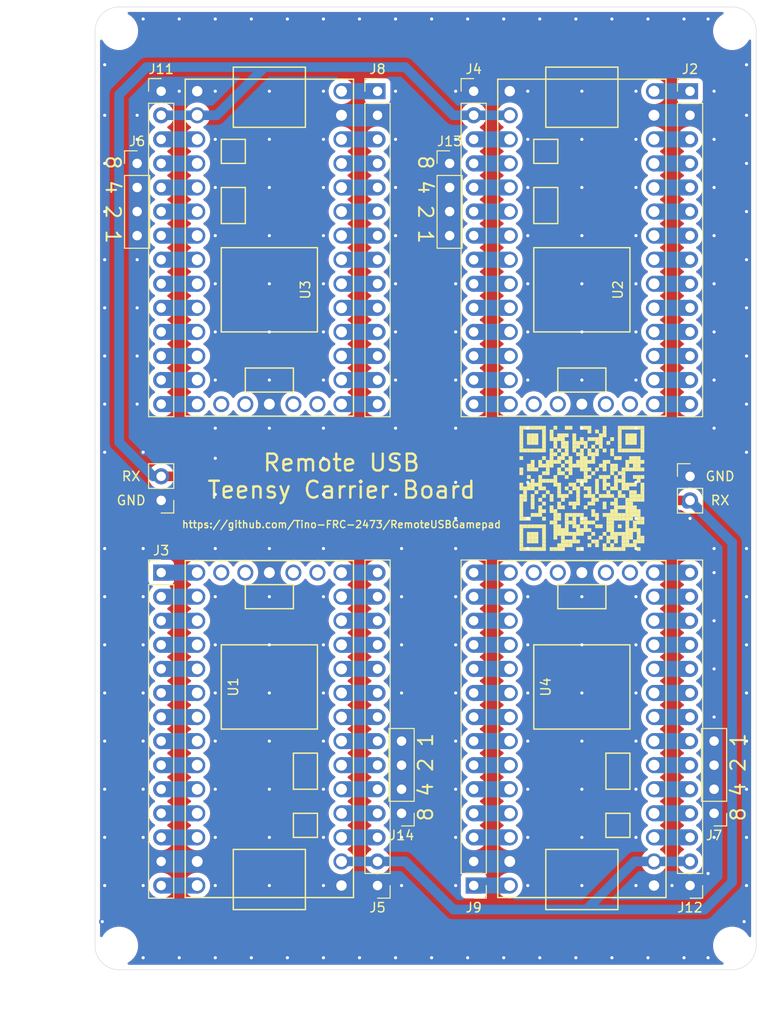
<source format=kicad_pcb>
(kicad_pcb (version 20171130) (host pcbnew "(5.1.6-0-10_14)")
  (layers (0 F.Cu signal) (31 B.Cu signal) (36 B.SilkS user) (37 F.SilkS user) (38 B.Mask user) (39 F.Mask user) (44 Edge.Cuts user))
  (net 0 "")
  (net 1 RX)
  (net 2 GND)
  (net 3 "Net-(U1-Pad18)")
  (net 4 "Net-(U1-Pad19)")
  (net 5 "Net-(U1-Pad16)")
  (net 6 "Net-(U1-Pad15)")
  (net 7 "Net-(U2-Pad18)")
  (net 8 "Net-(U2-Pad19)")
  (net 9 "Net-(U2-Pad16)")
  (net 10 "Net-(U2-Pad15)")
  (net 11 "Net-(U3-Pad15)")
  (net 12 "Net-(U3-Pad16)")
  (net 13 "Net-(U3-Pad19)")
  (net 14 "Net-(U3-Pad18)")
  (net 15 "Net-(U4-Pad15)")
  (net 16 "Net-(U4-Pad16)")
  (net 17 "Net-(U4-Pad19)")
  (net 18 "Net-(U4-Pad18)")
  (net 19 "Net-(J3-Pad1)")
  (net 20 "Net-(J3-Pad3)")
  (net 21 "Net-(J3-Pad4)")
  (net 22 "Net-(J3-Pad5)")
  (net 23 "Net-(J3-Pad6)")
  (net 24 "Net-(J3-Pad7)")
  (net 25 "Net-(J3-Pad8)")
  (net 26 "Net-(J4-Pad3)")
  (net 27 "Net-(J4-Pad4)")
  (net 28 "Net-(J4-Pad5)")
  (net 29 "Net-(J4-Pad6)")
  (net 30 "Net-(J4-Pad7)")
  (net 31 "Net-(J4-Pad8)")
  (net 32 "Net-(J8-Pad1)")
  (net 33 "Net-(J8-Pad3)")
  (net 34 "Net-(J8-Pad4)")
  (net 35 "Net-(J8-Pad5)")
  (net 36 "Net-(J8-Pad6)")
  (net 37 "Net-(J8-Pad7)")
  (net 38 "Net-(J8-Pad8)")
  (net 39 "Net-(J9-Pad5)")
  (net 40 "Net-(J2-Pad8)")
  (net 41 "Net-(J2-Pad7)")
  (net 42 "Net-(J2-Pad6)")
  (net 43 "Net-(J2-Pad5)")
  (net 44 "Net-(J2-Pad4)")
  (net 45 "Net-(J2-Pad3)")
  (net 46 "Net-(J2-Pad1)")
  (net 47 "Net-(J5-Pad8)")
  (net 48 "Net-(J5-Pad7)")
  (net 49 "Net-(J5-Pad6)")
  (net 50 "Net-(J5-Pad5)")
  (net 51 "Net-(J5-Pad4)")
  (net 52 "Net-(J5-Pad3)")
  (net 53 "Net-(J9-Pad8)")
  (net 54 "Net-(J9-Pad7)")
  (net 55 "Net-(J9-Pad6)")
  (net 56 "Net-(J9-Pad4)")
  (net 57 "Net-(J9-Pad3)")
  (net 58 "Net-(J9-Pad1)")
  (net 59 "Net-(J11-Pad3)")
  (net 60 "Net-(J11-Pad4)")
  (net 61 "Net-(J11-Pad5)")
  (net 62 "Net-(J11-Pad6)")
  (net 63 "Net-(J11-Pad7)")
  (net 64 "Net-(J11-Pad8)")
  (net 65 "Net-(J12-Pad8)")
  (net 66 "Net-(J12-Pad7)")
  (net 67 "Net-(J12-Pad6)")
  (net 68 "Net-(J12-Pad5)")
  (net 69 "Net-(J12-Pad4)")
  (net 70 "Net-(J12-Pad3)")
  (net 71 "Net-(J3-Pad14)")
  (net 72 "Net-(J5-Pad14)")
  (net 73 "Net-(J3-Pad12)")
  (net 74 "Net-(J3-Pad11)")
  (net 75 "Net-(J3-Pad10)")
  (net 76 "Net-(J3-Pad9)")
  (net 77 "Net-(J5-Pad13)")
  (net 78 "Net-(J5-Pad12)")
  (net 79 "Net-(J5-Pad11)")
  (net 80 "Net-(J5-Pad10)")
  (net 81 "Net-(J5-Pad9)")
  (net 82 "Net-(J4-Pad9)")
  (net 83 "Net-(J4-Pad10)")
  (net 84 "Net-(J4-Pad11)")
  (net 85 "Net-(J4-Pad12)")
  (net 86 "Net-(J4-Pad13)")
  (net 87 "Net-(J2-Pad9)")
  (net 88 "Net-(J2-Pad10)")
  (net 89 "Net-(J2-Pad11)")
  (net 90 "Net-(J2-Pad12)")
  (net 91 "Net-(J2-Pad13)")
  (net 92 "Net-(J4-Pad14)")
  (net 93 "Net-(J2-Pad14)")
  (net 94 "Net-(J8-Pad14)")
  (net 95 "Net-(J11-Pad14)")
  (net 96 "Net-(J8-Pad13)")
  (net 97 "Net-(J8-Pad12)")
  (net 98 "Net-(J8-Pad11)")
  (net 99 "Net-(J8-Pad10)")
  (net 100 "Net-(J8-Pad9)")
  (net 101 "Net-(J11-Pad13)")
  (net 102 "Net-(J11-Pad12)")
  (net 103 "Net-(J11-Pad11)")
  (net 104 "Net-(J11-Pad10)")
  (net 105 "Net-(J11-Pad9)")
  (net 106 "Net-(J12-Pad9)")
  (net 107 "Net-(J12-Pad10)")
  (net 108 "Net-(J12-Pad11)")
  (net 109 "Net-(J12-Pad12)")
  (net 110 "Net-(J12-Pad13)")
  (net 111 "Net-(J9-Pad9)")
  (net 112 "Net-(J9-Pad10)")
  (net 113 "Net-(J9-Pad11)")
  (net 114 "Net-(J9-Pad12)")
  (net 115 "Net-(J9-Pad13)")
  (net 116 "Net-(J12-Pad14)")
  (net 117 "Net-(J9-Pad14)")
  (net 118 "Net-(J3-Pad2)")
  (module CustomFootprints:GithubQR (layer F.Cu) (at 153.035 101.6)
    (fp_text reference QR***** hide)
    (fp_text value https://github.com/Tino-FRC-2473/RemoteUSBGamepad (at -25.4 3.81) (layer F.SilkS) (effects (font (size 0.762 0.762) (thickness 0.1397))))
  )
  (module CustomFootprints:Teensy30_31_32_LC_nopogo (layer F.Cu) (at 153.035 76.2 270)
    (fp_text reference U2 (at 4.445 -3.81 270) (layer F.SilkS))
    (fp_text value Teensy-LC)
    (pad 17 thru_hole circle (at 16.51 0 270) (size 1.7 1.7) (drill 1.15) (layers *.Cu *.Mask) (net 2 GND))
    (pad 18 thru_hole circle (at 16.51 -2.54 270) (size 1.7 1.7) (drill 1.15) (layers *.Cu *.Mask) (net 7 "Net-(U2-Pad18)"))
    (pad 19 thru_hole circle (at 16.51 -5.08 270) (size 1.7 1.7) (drill 1.15) (layers *.Cu *.Mask) (net 8 "Net-(U2-Pad19)"))
    (pad 20 thru_hole circle (at 16.51 -7.62 270) (size 1.7 1.7) (drill 1.15) (layers *.Cu *.Mask) (net 93 "Net-(J2-Pad14)"))
    (pad 16 thru_hole circle (at 16.51 2.54 270) (size 1.7 1.7) (drill 1.15) (layers *.Cu *.Mask) (net 9 "Net-(U2-Pad16)"))
    (pad 15 thru_hole circle (at 16.51 5.08 270) (size 1.7 1.7) (drill 1.15) (layers *.Cu *.Mask) (net 10 "Net-(U2-Pad15)"))
    (pad 14 thru_hole circle (at 16.51 7.62 270) (size 1.7 1.7) (drill 1.15) (layers *.Cu *.Mask) (net 92 "Net-(J4-Pad14)"))
    (pad 21 thru_hole circle (at 13.97 -7.62 270) (size 1.7 1.7) (drill 1.15) (layers *.Cu *.Mask) (net 91 "Net-(J2-Pad13)"))
    (pad 22 thru_hole circle (at 11.43 -7.62 270) (size 1.7 1.7) (drill 1.15) (layers *.Cu *.Mask) (net 90 "Net-(J2-Pad12)"))
    (pad 23 thru_hole circle (at 8.89 -7.62 270) (size 1.7 1.7) (drill 1.15) (layers *.Cu *.Mask) (net 89 "Net-(J2-Pad11)"))
    (pad 24 thru_hole circle (at 6.35 -7.62 270) (size 1.7 1.7) (drill 1.15) (layers *.Cu *.Mask) (net 88 "Net-(J2-Pad10)"))
    (pad 25 thru_hole circle (at 3.81 -7.62 270) (size 1.7 1.7) (drill 1.15) (layers *.Cu *.Mask) (net 87 "Net-(J2-Pad9)"))
    (pad 26 thru_hole circle (at 1.27 -7.62 270) (size 1.7 1.7) (drill 1.15) (layers *.Cu *.Mask) (net 40 "Net-(J2-Pad8)"))
    (pad 27 thru_hole circle (at -1.27 -7.62 270) (size 1.7 1.7) (drill 1.15) (layers *.Cu *.Mask) (net 41 "Net-(J2-Pad7)"))
    (pad 28 thru_hole circle (at -3.81 -7.62 270) (size 1.7 1.7) (drill 1.15) (layers *.Cu *.Mask) (net 42 "Net-(J2-Pad6)"))
    (pad 29 thru_hole circle (at -6.35 -7.62 270) (size 1.7 1.7) (drill 1.15) (layers *.Cu *.Mask) (net 43 "Net-(J2-Pad5)"))
    (pad 30 thru_hole circle (at -8.89 -7.62 270) (size 1.7 1.7) (drill 1.15) (layers *.Cu *.Mask) (net 44 "Net-(J2-Pad4)"))
    (pad 31 thru_hole circle (at -11.43 -7.62 270) (size 1.7 1.7) (drill 1.15) (layers *.Cu *.Mask) (net 45 "Net-(J2-Pad3)"))
    (pad 32 thru_hole circle (at -13.97 -7.62 270) (size 1.7 1.7) (drill 1.15) (layers *.Cu *.Mask) (net 2 GND))
    (pad 33 thru_hole circle (at -16.51 -7.62 270) (size 1.7 1.7) (drill 1.15) (layers *.Cu *.Mask) (net 46 "Net-(J2-Pad1)"))
    (pad 13 thru_hole circle (at 13.97 7.62 270) (size 1.7 1.7) (drill 1.15) (layers *.Cu *.Mask) (net 86 "Net-(J4-Pad13)"))
    (pad 12 thru_hole circle (at 11.43 7.62 270) (size 1.7 1.7) (drill 1.15) (layers *.Cu *.Mask) (net 85 "Net-(J4-Pad12)"))
    (pad 11 thru_hole circle (at 8.89 7.62 270) (size 1.7 1.7) (drill 1.15) (layers *.Cu *.Mask) (net 84 "Net-(J4-Pad11)"))
    (pad 10 thru_hole circle (at 6.35 7.62 270) (size 1.7 1.7) (drill 1.15) (layers *.Cu *.Mask) (net 83 "Net-(J4-Pad10)"))
    (pad 9 thru_hole circle (at 3.81 7.62 270) (size 1.7 1.7) (drill 1.15) (layers *.Cu *.Mask) (net 82 "Net-(J4-Pad9)"))
    (pad 8 thru_hole circle (at 1.27 7.62 270) (size 1.7 1.7) (drill 1.15) (layers *.Cu *.Mask) (net 31 "Net-(J4-Pad8)"))
    (pad 7 thru_hole circle (at -1.27 7.62 270) (size 1.7 1.7) (drill 1.15) (layers *.Cu *.Mask) (net 30 "Net-(J4-Pad7)"))
    (pad 6 thru_hole circle (at -3.81 7.62 270) (size 1.7 1.7) (drill 1.15) (layers *.Cu *.Mask) (net 29 "Net-(J4-Pad6)"))
    (pad 5 thru_hole circle (at -6.35 7.62 270) (size 1.7 1.7) (drill 1.15) (layers *.Cu *.Mask) (net 28 "Net-(J4-Pad5)"))
    (pad 4 thru_hole circle (at -8.89 7.62 270) (size 1.7 1.7) (drill 1.15) (layers *.Cu *.Mask) (net 27 "Net-(J4-Pad4)"))
    (pad 3 thru_hole circle (at -11.43 7.62 270) (size 1.7 1.7) (drill 1.15) (layers *.Cu *.Mask) (net 26 "Net-(J4-Pad3)"))
    (pad 2 thru_hole circle (at -13.97 7.62 270) (size 1.7 1.7) (drill 1.15) (layers *.Cu *.Mask) (net 1 RX))
    (pad 1 thru_hole rect (at -16.51 7.62 270) (size 1.6 1.6) (drill 1.1) (layers *.Cu *.Mask) (net 2 GND))
  )
  (module CustomFootprints:Teensy30_31_32_LC_nopogo (layer F.Cu) (at 120.015 76.2 270)
    (fp_text reference U3 (at 4.445 -3.81 90) (layer F.SilkS))
    (fp_text value Teensy-LC)
    (pad 17 thru_hole circle (at 16.51 0 270) (size 1.7 1.7) (drill 1.15) (layers *.Cu *.Mask) (net 2 GND))
    (pad 18 thru_hole circle (at 16.51 -2.54 270) (size 1.7 1.7) (drill 1.15) (layers *.Cu *.Mask) (net 14 "Net-(U3-Pad18)"))
    (pad 19 thru_hole circle (at 16.51 -5.08 270) (size 1.7 1.7) (drill 1.15) (layers *.Cu *.Mask) (net 13 "Net-(U3-Pad19)"))
    (pad 20 thru_hole circle (at 16.51 -7.62 270) (size 1.7 1.7) (drill 1.15) (layers *.Cu *.Mask) (net 94 "Net-(J8-Pad14)"))
    (pad 16 thru_hole circle (at 16.51 2.54 270) (size 1.7 1.7) (drill 1.15) (layers *.Cu *.Mask) (net 12 "Net-(U3-Pad16)"))
    (pad 15 thru_hole circle (at 16.51 5.08 270) (size 1.7 1.7) (drill 1.15) (layers *.Cu *.Mask) (net 11 "Net-(U3-Pad15)"))
    (pad 14 thru_hole circle (at 16.51 7.62 270) (size 1.7 1.7) (drill 1.15) (layers *.Cu *.Mask) (net 95 "Net-(J11-Pad14)"))
    (pad 21 thru_hole circle (at 13.97 -7.62 270) (size 1.7 1.7) (drill 1.15) (layers *.Cu *.Mask) (net 96 "Net-(J8-Pad13)"))
    (pad 22 thru_hole circle (at 11.43 -7.62 270) (size 1.7 1.7) (drill 1.15) (layers *.Cu *.Mask) (net 97 "Net-(J8-Pad12)"))
    (pad 23 thru_hole circle (at 8.89 -7.62 270) (size 1.7 1.7) (drill 1.15) (layers *.Cu *.Mask) (net 98 "Net-(J8-Pad11)"))
    (pad 24 thru_hole circle (at 6.35 -7.62 270) (size 1.7 1.7) (drill 1.15) (layers *.Cu *.Mask) (net 99 "Net-(J8-Pad10)"))
    (pad 25 thru_hole circle (at 3.81 -7.62 270) (size 1.7 1.7) (drill 1.15) (layers *.Cu *.Mask) (net 100 "Net-(J8-Pad9)"))
    (pad 26 thru_hole circle (at 1.27 -7.62 270) (size 1.7 1.7) (drill 1.15) (layers *.Cu *.Mask) (net 38 "Net-(J8-Pad8)"))
    (pad 27 thru_hole circle (at -1.27 -7.62 270) (size 1.7 1.7) (drill 1.15) (layers *.Cu *.Mask) (net 37 "Net-(J8-Pad7)"))
    (pad 28 thru_hole circle (at -3.81 -7.62 270) (size 1.7 1.7) (drill 1.15) (layers *.Cu *.Mask) (net 36 "Net-(J8-Pad6)"))
    (pad 29 thru_hole circle (at -6.35 -7.62 270) (size 1.7 1.7) (drill 1.15) (layers *.Cu *.Mask) (net 35 "Net-(J8-Pad5)"))
    (pad 30 thru_hole circle (at -8.89 -7.62 270) (size 1.7 1.7) (drill 1.15) (layers *.Cu *.Mask) (net 34 "Net-(J8-Pad4)"))
    (pad 31 thru_hole circle (at -11.43 -7.62 270) (size 1.7 1.7) (drill 1.15) (layers *.Cu *.Mask) (net 33 "Net-(J8-Pad3)"))
    (pad 32 thru_hole circle (at -13.97 -7.62 270) (size 1.7 1.7) (drill 1.15) (layers *.Cu *.Mask) (net 2 GND))
    (pad 33 thru_hole circle (at -16.51 -7.62 270) (size 1.7 1.7) (drill 1.15) (layers *.Cu *.Mask) (net 32 "Net-(J8-Pad1)"))
    (pad 13 thru_hole circle (at 13.97 7.62 270) (size 1.7 1.7) (drill 1.15) (layers *.Cu *.Mask) (net 101 "Net-(J11-Pad13)"))
    (pad 12 thru_hole circle (at 11.43 7.62 270) (size 1.7 1.7) (drill 1.15) (layers *.Cu *.Mask) (net 102 "Net-(J11-Pad12)"))
    (pad 11 thru_hole circle (at 8.89 7.62 270) (size 1.7 1.7) (drill 1.15) (layers *.Cu *.Mask) (net 103 "Net-(J11-Pad11)"))
    (pad 10 thru_hole circle (at 6.35 7.62 270) (size 1.7 1.7) (drill 1.15) (layers *.Cu *.Mask) (net 104 "Net-(J11-Pad10)"))
    (pad 9 thru_hole circle (at 3.81 7.62 270) (size 1.7 1.7) (drill 1.15) (layers *.Cu *.Mask) (net 105 "Net-(J11-Pad9)"))
    (pad 8 thru_hole circle (at 1.27 7.62 270) (size 1.7 1.7) (drill 1.15) (layers *.Cu *.Mask) (net 64 "Net-(J11-Pad8)"))
    (pad 7 thru_hole circle (at -1.27 7.62 270) (size 1.7 1.7) (drill 1.15) (layers *.Cu *.Mask) (net 63 "Net-(J11-Pad7)"))
    (pad 6 thru_hole circle (at -3.81 7.62 270) (size 1.7 1.7) (drill 1.15) (layers *.Cu *.Mask) (net 62 "Net-(J11-Pad6)"))
    (pad 5 thru_hole circle (at -6.35 7.62 270) (size 1.7 1.7) (drill 1.15) (layers *.Cu *.Mask) (net 61 "Net-(J11-Pad5)"))
    (pad 4 thru_hole circle (at -8.89 7.62 270) (size 1.7 1.7) (drill 1.15) (layers *.Cu *.Mask) (net 60 "Net-(J11-Pad4)"))
    (pad 3 thru_hole circle (at -11.43 7.62 270) (size 1.7 1.7) (drill 1.15) (layers *.Cu *.Mask) (net 59 "Net-(J11-Pad3)"))
    (pad 2 thru_hole circle (at -13.97 7.62 270) (size 1.7 1.7) (drill 1.15) (layers *.Cu *.Mask) (net 1 RX))
    (pad 1 thru_hole rect (at -16.51 7.62 270) (size 1.6 1.6) (drill 1.1) (layers *.Cu *.Mask) (net 2 GND))
  )
  (module CustomFootprints:Teensy30_31_32_LC_nopogo (layer F.Cu) (at 153.035 127 90)
    (fp_text reference U4 (at 4.445 -3.81 90) (layer F.SilkS))
    (fp_text value Teensy-LC)
    (pad 17 thru_hole circle (at 16.51 0 90) (size 1.7 1.7) (drill 1.15) (layers *.Cu *.Mask) (net 2 GND))
    (pad 18 thru_hole circle (at 16.51 -2.54 90) (size 1.7 1.7) (drill 1.15) (layers *.Cu *.Mask) (net 18 "Net-(U4-Pad18)"))
    (pad 19 thru_hole circle (at 16.51 -5.08 90) (size 1.7 1.7) (drill 1.15) (layers *.Cu *.Mask) (net 17 "Net-(U4-Pad19)"))
    (pad 20 thru_hole circle (at 16.51 -7.62 90) (size 1.7 1.7) (drill 1.15) (layers *.Cu *.Mask) (net 117 "Net-(J9-Pad14)"))
    (pad 16 thru_hole circle (at 16.51 2.54 90) (size 1.7 1.7) (drill 1.15) (layers *.Cu *.Mask) (net 16 "Net-(U4-Pad16)"))
    (pad 15 thru_hole circle (at 16.51 5.08 90) (size 1.7 1.7) (drill 1.15) (layers *.Cu *.Mask) (net 15 "Net-(U4-Pad15)"))
    (pad 14 thru_hole circle (at 16.51 7.62 90) (size 1.7 1.7) (drill 1.15) (layers *.Cu *.Mask) (net 116 "Net-(J12-Pad14)"))
    (pad 21 thru_hole circle (at 13.97 -7.62 90) (size 1.7 1.7) (drill 1.15) (layers *.Cu *.Mask) (net 115 "Net-(J9-Pad13)"))
    (pad 22 thru_hole circle (at 11.43 -7.62 90) (size 1.7 1.7) (drill 1.15) (layers *.Cu *.Mask) (net 114 "Net-(J9-Pad12)"))
    (pad 23 thru_hole circle (at 8.89 -7.62 90) (size 1.7 1.7) (drill 1.15) (layers *.Cu *.Mask) (net 113 "Net-(J9-Pad11)"))
    (pad 24 thru_hole circle (at 6.35 -7.62 90) (size 1.7 1.7) (drill 1.15) (layers *.Cu *.Mask) (net 112 "Net-(J9-Pad10)"))
    (pad 25 thru_hole circle (at 3.81 -7.62 90) (size 1.7 1.7) (drill 1.15) (layers *.Cu *.Mask) (net 111 "Net-(J9-Pad9)"))
    (pad 26 thru_hole circle (at 1.27 -7.62 90) (size 1.7 1.7) (drill 1.15) (layers *.Cu *.Mask) (net 53 "Net-(J9-Pad8)"))
    (pad 27 thru_hole circle (at -1.27 -7.62 90) (size 1.7 1.7) (drill 1.15) (layers *.Cu *.Mask) (net 54 "Net-(J9-Pad7)"))
    (pad 28 thru_hole circle (at -3.81 -7.62 90) (size 1.7 1.7) (drill 1.15) (layers *.Cu *.Mask) (net 55 "Net-(J9-Pad6)"))
    (pad 29 thru_hole circle (at -6.35 -7.62 90) (size 1.7 1.7) (drill 1.15) (layers *.Cu *.Mask) (net 39 "Net-(J9-Pad5)"))
    (pad 30 thru_hole circle (at -8.89 -7.62 90) (size 1.7 1.7) (drill 1.15) (layers *.Cu *.Mask) (net 56 "Net-(J9-Pad4)"))
    (pad 31 thru_hole circle (at -11.43 -7.62 90) (size 1.7 1.7) (drill 1.15) (layers *.Cu *.Mask) (net 57 "Net-(J9-Pad3)"))
    (pad 32 thru_hole circle (at -13.97 -7.62 90) (size 1.7 1.7) (drill 1.15) (layers *.Cu *.Mask) (net 2 GND))
    (pad 33 thru_hole circle (at -16.51 -7.62 90) (size 1.7 1.7) (drill 1.15) (layers *.Cu *.Mask) (net 58 "Net-(J9-Pad1)"))
    (pad 13 thru_hole circle (at 13.97 7.62 90) (size 1.7 1.7) (drill 1.15) (layers *.Cu *.Mask) (net 110 "Net-(J12-Pad13)"))
    (pad 12 thru_hole circle (at 11.43 7.62 90) (size 1.7 1.7) (drill 1.15) (layers *.Cu *.Mask) (net 109 "Net-(J12-Pad12)"))
    (pad 11 thru_hole circle (at 8.89 7.62 90) (size 1.7 1.7) (drill 1.15) (layers *.Cu *.Mask) (net 108 "Net-(J12-Pad11)"))
    (pad 10 thru_hole circle (at 6.35 7.62 90) (size 1.7 1.7) (drill 1.15) (layers *.Cu *.Mask) (net 107 "Net-(J12-Pad10)"))
    (pad 9 thru_hole circle (at 3.81 7.62 90) (size 1.7 1.7) (drill 1.15) (layers *.Cu *.Mask) (net 106 "Net-(J12-Pad9)"))
    (pad 8 thru_hole circle (at 1.27 7.62 90) (size 1.7 1.7) (drill 1.15) (layers *.Cu *.Mask) (net 65 "Net-(J12-Pad8)"))
    (pad 7 thru_hole circle (at -1.27 7.62 90) (size 1.7 1.7) (drill 1.15) (layers *.Cu *.Mask) (net 66 "Net-(J12-Pad7)"))
    (pad 6 thru_hole circle (at -3.81 7.62 90) (size 1.7 1.7) (drill 1.15) (layers *.Cu *.Mask) (net 67 "Net-(J12-Pad6)"))
    (pad 5 thru_hole circle (at -6.35 7.62 90) (size 1.7 1.7) (drill 1.15) (layers *.Cu *.Mask) (net 68 "Net-(J12-Pad5)"))
    (pad 4 thru_hole circle (at -8.89 7.62 90) (size 1.7 1.7) (drill 1.15) (layers *.Cu *.Mask) (net 69 "Net-(J12-Pad4)"))
    (pad 3 thru_hole circle (at -11.43 7.62 90) (size 1.7 1.7) (drill 1.15) (layers *.Cu *.Mask) (net 70 "Net-(J12-Pad3)"))
    (pad 2 thru_hole circle (at -13.97 7.62 90) (size 1.7 1.7) (drill 1.15) (layers *.Cu *.Mask) (net 1 RX))
    (pad 1 thru_hole rect (at -16.51 7.62 90) (size 1.6 1.6) (drill 1.1) (layers *.Cu *.Mask) (net 2 GND))
  )
  (module CustomFootprints:Teensy30_31_32_LC_nopogo (layer F.Cu) (at 120.015 127 90)
    (fp_text reference U1 (at 4.445 -3.81 90) (layer F.SilkS))
    (fp_text value Teensy-LC)
    (pad 17 thru_hole circle (at 16.51 0 90) (size 1.7 1.7) (drill 1.15) (layers *.Cu *.Mask) (net 2 GND))
    (pad 18 thru_hole circle (at 16.51 -2.54 90) (size 1.7 1.7) (drill 1.15) (layers *.Cu *.Mask) (net 3 "Net-(U1-Pad18)"))
    (pad 19 thru_hole circle (at 16.51 -5.08 90) (size 1.7 1.7) (drill 1.15) (layers *.Cu *.Mask) (net 4 "Net-(U1-Pad19)"))
    (pad 20 thru_hole circle (at 16.51 -7.62 90) (size 1.7 1.7) (drill 1.15) (layers *.Cu *.Mask) (net 19 "Net-(J3-Pad1)"))
    (pad 16 thru_hole circle (at 16.51 2.54 90) (size 1.7 1.7) (drill 1.15) (layers *.Cu *.Mask) (net 5 "Net-(U1-Pad16)"))
    (pad 15 thru_hole circle (at 16.51 5.08 90) (size 1.7 1.7) (drill 1.15) (layers *.Cu *.Mask) (net 6 "Net-(U1-Pad15)"))
    (pad 14 thru_hole circle (at 16.51 7.62 90) (size 1.7 1.7) (drill 1.15) (layers *.Cu *.Mask) (net 72 "Net-(J5-Pad14)"))
    (pad 21 thru_hole circle (at 13.97 -7.62 90) (size 1.7 1.7) (drill 1.15) (layers *.Cu *.Mask) (net 118 "Net-(J3-Pad2)"))
    (pad 22 thru_hole circle (at 11.43 -7.62 90) (size 1.7 1.7) (drill 1.15) (layers *.Cu *.Mask) (net 20 "Net-(J3-Pad3)"))
    (pad 23 thru_hole circle (at 8.89 -7.62 90) (size 1.7 1.7) (drill 1.15) (layers *.Cu *.Mask) (net 21 "Net-(J3-Pad4)"))
    (pad 24 thru_hole circle (at 6.35 -7.62 90) (size 1.7 1.7) (drill 1.15) (layers *.Cu *.Mask) (net 22 "Net-(J3-Pad5)"))
    (pad 25 thru_hole circle (at 3.81 -7.62 90) (size 1.7 1.7) (drill 1.15) (layers *.Cu *.Mask) (net 23 "Net-(J3-Pad6)"))
    (pad 26 thru_hole circle (at 1.27 -7.62 90) (size 1.7 1.7) (drill 1.15) (layers *.Cu *.Mask) (net 24 "Net-(J3-Pad7)"))
    (pad 27 thru_hole circle (at -1.27 -7.62 90) (size 1.7 1.7) (drill 1.15) (layers *.Cu *.Mask) (net 25 "Net-(J3-Pad8)"))
    (pad 28 thru_hole circle (at -3.81 -7.62 90) (size 1.7 1.7) (drill 1.15) (layers *.Cu *.Mask) (net 76 "Net-(J3-Pad9)"))
    (pad 29 thru_hole circle (at -6.35 -7.62 90) (size 1.7 1.7) (drill 1.15) (layers *.Cu *.Mask) (net 75 "Net-(J3-Pad10)"))
    (pad 30 thru_hole circle (at -8.89 -7.62 90) (size 1.7 1.7) (drill 1.15) (layers *.Cu *.Mask) (net 74 "Net-(J3-Pad11)"))
    (pad 31 thru_hole circle (at -11.43 -7.62 90) (size 1.7 1.7) (drill 1.15) (layers *.Cu *.Mask) (net 73 "Net-(J3-Pad12)"))
    (pad 32 thru_hole circle (at -13.97 -7.62 90) (size 1.7 1.7) (drill 1.15) (layers *.Cu *.Mask) (net 2 GND))
    (pad 33 thru_hole circle (at -16.51 -7.62 90) (size 1.7 1.7) (drill 1.15) (layers *.Cu *.Mask) (net 71 "Net-(J3-Pad14)"))
    (pad 13 thru_hole circle (at 13.97 7.62 90) (size 1.7 1.7) (drill 1.15) (layers *.Cu *.Mask) (net 77 "Net-(J5-Pad13)"))
    (pad 12 thru_hole circle (at 11.43 7.62 90) (size 1.7 1.7) (drill 1.15) (layers *.Cu *.Mask) (net 78 "Net-(J5-Pad12)"))
    (pad 11 thru_hole circle (at 8.89 7.62 90) (size 1.7 1.7) (drill 1.15) (layers *.Cu *.Mask) (net 79 "Net-(J5-Pad11)"))
    (pad 10 thru_hole circle (at 6.35 7.62 90) (size 1.7 1.7) (drill 1.15) (layers *.Cu *.Mask) (net 80 "Net-(J5-Pad10)"))
    (pad 9 thru_hole circle (at 3.81 7.62 90) (size 1.7 1.7) (drill 1.15) (layers *.Cu *.Mask) (net 81 "Net-(J5-Pad9)"))
    (pad 8 thru_hole circle (at 1.27 7.62 90) (size 1.7 1.7) (drill 1.15) (layers *.Cu *.Mask) (net 47 "Net-(J5-Pad8)"))
    (pad 7 thru_hole circle (at -1.27 7.62 90) (size 1.7 1.7) (drill 1.15) (layers *.Cu *.Mask) (net 48 "Net-(J5-Pad7)"))
    (pad 6 thru_hole circle (at -3.81 7.62 90) (size 1.7 1.7) (drill 1.15) (layers *.Cu *.Mask) (net 49 "Net-(J5-Pad6)"))
    (pad 5 thru_hole circle (at -6.35 7.62 90) (size 1.7 1.7) (drill 1.15) (layers *.Cu *.Mask) (net 50 "Net-(J5-Pad5)"))
    (pad 4 thru_hole circle (at -8.89 7.62 90) (size 1.7 1.7) (drill 1.15) (layers *.Cu *.Mask) (net 51 "Net-(J5-Pad4)"))
    (pad 3 thru_hole circle (at -11.43 7.62 90) (size 1.7 1.7) (drill 1.15) (layers *.Cu *.Mask) (net 52 "Net-(J5-Pad3)"))
    (pad 2 thru_hole circle (at -13.97 7.62 90) (size 1.7 1.7) (drill 1.15) (layers *.Cu *.Mask) (net 1 RX))
    (pad 1 thru_hole rect (at -16.51 7.62 90) (size 1.6 1.6) (drill 1.1) (layers *.Cu *.Mask) (net 2 GND))
  )
  (module MountingHole:MountingHole_3mm (layer F.Cu) (at 104.14 149.86)
    (fp_text reference REF** hide)
    (fp_text value MountingHole_3mm)
    (pad "" np_thru_hole circle (at 0 0) (size 2.999999 2.999999) (drill 2.999999) (layers *.Cu *.Mask))
  )
  (module MountingHole:MountingHole_3mm (layer F.Cu) (at 104.14 53.34)
    (fp_text reference REF** hide)
    (fp_text value MountingHole_3mm)
    (pad "" np_thru_hole circle (at 0 0) (size 2.999999 2.999999) (drill 2.999999) (layers *.Cu *.Mask))
  )
  (module MountingHole:MountingHole_3mm (layer F.Cu) (at 168.91 53.34)
    (fp_text reference REF** hide)
    (fp_text value MountingHole_3mm)
    (pad "" np_thru_hole circle (at 0 0) (size 2.999999 2.999999) (drill 2.999999) (layers *.Cu *.Mask))
  )
  (module MountingHole:MountingHole_3mm (layer F.Cu) (at 168.91 149.86)
    (fp_text reference REF** hide)
    (fp_text value MountingHole_3mm)
    (pad "" np_thru_hole circle (at 0 0) (size 2.999999 2.999999) (drill 2.999999) (layers *.Cu *.Mask))
  )
  (module Connector_PinHeader_2.54mm:PinHeader_1x04_P2.54mm_Vertical (layer F.Cu) (at 167.005 135.89 180)
    (fp_text reference J7 (at 0 -2.33 180) (layer F.SilkS))
    (fp_text value Conn_01x04_Male)
    (pad 4 thru_hole oval (at 0 7.62 180) (size 1.7 1.7) (drill 1) (layers *.Cu *.Mask) (net 2 GND))
    (pad 3 thru_hole oval (at 0 5.08 180) (size 1.7 1.7) (drill 1) (layers *.Cu *.Mask) (net 2 GND))
    (pad 2 thru_hole oval (at 0 2.54 180) (size 1.7 1.7) (drill 1) (layers *.Cu *.Mask) (net 2 GND))
    (pad 1 thru_hole rect (at 0 0 180) (size 1.7 1.7) (drill 1) (layers *.Cu *.Mask) (net 2 GND))
  )
  (module Connector_PinHeader_2.54mm:PinHeader_1x14_P2.54mm_Vertical (layer F.Cu) (at 164.465 143.51 180)
    (fp_text reference J12 (at 0 -2.33 180) (layer F.SilkS))
    (fp_text value Conn_01x14_Male)
    (pad 14 thru_hole oval (at 0 33.02 180) (size 1.7 1.7) (drill 1) (layers *.Cu *.Mask) (net 116 "Net-(J12-Pad14)"))
    (pad 13 thru_hole oval (at 0 30.48 180) (size 1.7 1.7) (drill 1) (layers *.Cu *.Mask) (net 110 "Net-(J12-Pad13)"))
    (pad 12 thru_hole oval (at 0 27.94 180) (size 1.7 1.7) (drill 1) (layers *.Cu *.Mask) (net 109 "Net-(J12-Pad12)"))
    (pad 11 thru_hole oval (at 0 25.4 180) (size 1.7 1.7) (drill 1) (layers *.Cu *.Mask) (net 108 "Net-(J12-Pad11)"))
    (pad 10 thru_hole oval (at 0 22.86 180) (size 1.7 1.7) (drill 1) (layers *.Cu *.Mask) (net 107 "Net-(J12-Pad10)"))
    (pad 9 thru_hole oval (at 0 20.32 180) (size 1.7 1.7) (drill 1) (layers *.Cu *.Mask) (net 106 "Net-(J12-Pad9)"))
    (pad 8 thru_hole oval (at 0 17.78 180) (size 1.7 1.7) (drill 1) (layers *.Cu *.Mask) (net 65 "Net-(J12-Pad8)"))
    (pad 7 thru_hole oval (at 0 15.24 180) (size 1.7 1.7) (drill 1) (layers *.Cu *.Mask) (net 66 "Net-(J12-Pad7)"))
    (pad 6 thru_hole oval (at 0 12.7 180) (size 1.7 1.7) (drill 1) (layers *.Cu *.Mask) (net 67 "Net-(J12-Pad6)"))
    (pad 5 thru_hole oval (at 0 10.16 180) (size 1.7 1.7) (drill 1) (layers *.Cu *.Mask) (net 68 "Net-(J12-Pad5)"))
    (pad 4 thru_hole oval (at 0 7.62 180) (size 1.7 1.7) (drill 1) (layers *.Cu *.Mask) (net 69 "Net-(J12-Pad4)"))
    (pad 3 thru_hole oval (at 0 5.08 180) (size 1.7 1.7) (drill 1) (layers *.Cu *.Mask) (net 70 "Net-(J12-Pad3)"))
    (pad 2 thru_hole oval (at 0 2.54 180) (size 1.7 1.7) (drill 1) (layers *.Cu *.Mask) (net 1 RX))
    (pad 1 thru_hole rect (at 0 0 180) (size 1.7 1.7) (drill 1) (layers *.Cu *.Mask) (net 2 GND))
  )
  (module Connector_PinHeader_2.54mm:PinHeader_1x14_P2.54mm_Vertical (layer F.Cu) (at 108.585 59.69)
    (fp_text reference J11 (at 0 -2.33) (layer F.SilkS))
    (fp_text value Conn_01x14_Male)
    (pad 14 thru_hole oval (at 0 33.02) (size 1.7 1.7) (drill 1) (layers *.Cu *.Mask) (net 95 "Net-(J11-Pad14)"))
    (pad 13 thru_hole oval (at 0 30.48) (size 1.7 1.7) (drill 1) (layers *.Cu *.Mask) (net 101 "Net-(J11-Pad13)"))
    (pad 12 thru_hole oval (at 0 27.94) (size 1.7 1.7) (drill 1) (layers *.Cu *.Mask) (net 102 "Net-(J11-Pad12)"))
    (pad 11 thru_hole oval (at 0 25.4) (size 1.7 1.7) (drill 1) (layers *.Cu *.Mask) (net 103 "Net-(J11-Pad11)"))
    (pad 10 thru_hole oval (at 0 22.86) (size 1.7 1.7) (drill 1) (layers *.Cu *.Mask) (net 104 "Net-(J11-Pad10)"))
    (pad 9 thru_hole oval (at 0 20.32) (size 1.7 1.7) (drill 1) (layers *.Cu *.Mask) (net 105 "Net-(J11-Pad9)"))
    (pad 8 thru_hole oval (at 0 17.78) (size 1.7 1.7) (drill 1) (layers *.Cu *.Mask) (net 64 "Net-(J11-Pad8)"))
    (pad 7 thru_hole oval (at 0 15.24) (size 1.7 1.7) (drill 1) (layers *.Cu *.Mask) (net 63 "Net-(J11-Pad7)"))
    (pad 6 thru_hole oval (at 0 12.7) (size 1.7 1.7) (drill 1) (layers *.Cu *.Mask) (net 62 "Net-(J11-Pad6)"))
    (pad 5 thru_hole oval (at 0 10.16) (size 1.7 1.7) (drill 1) (layers *.Cu *.Mask) (net 61 "Net-(J11-Pad5)"))
    (pad 4 thru_hole oval (at 0 7.62) (size 1.7 1.7) (drill 1) (layers *.Cu *.Mask) (net 60 "Net-(J11-Pad4)"))
    (pad 3 thru_hole oval (at 0 5.08) (size 1.7 1.7) (drill 1) (layers *.Cu *.Mask) (net 59 "Net-(J11-Pad3)"))
    (pad 2 thru_hole oval (at 0 2.54) (size 1.7 1.7) (drill 1) (layers *.Cu *.Mask) (net 1 RX))
    (pad 1 thru_hole rect (at 0 0) (size 1.7 1.7) (drill 1) (layers *.Cu *.Mask) (net 2 GND))
  )
  (module Connector_PinHeader_2.54mm:PinHeader_1x14_P2.54mm_Vertical (layer F.Cu) (at 141.605 143.51 180)
    (fp_text reference J9 (at 0 -2.33 180) (layer F.SilkS))
    (fp_text value Conn_01x14_Male)
    (pad 14 thru_hole oval (at 0 33.02 180) (size 1.7 1.7) (drill 1) (layers *.Cu *.Mask) (net 117 "Net-(J9-Pad14)"))
    (pad 13 thru_hole oval (at 0 30.48 180) (size 1.7 1.7) (drill 1) (layers *.Cu *.Mask) (net 115 "Net-(J9-Pad13)"))
    (pad 12 thru_hole oval (at 0 27.94 180) (size 1.7 1.7) (drill 1) (layers *.Cu *.Mask) (net 114 "Net-(J9-Pad12)"))
    (pad 11 thru_hole oval (at 0 25.4 180) (size 1.7 1.7) (drill 1) (layers *.Cu *.Mask) (net 113 "Net-(J9-Pad11)"))
    (pad 10 thru_hole oval (at 0 22.86 180) (size 1.7 1.7) (drill 1) (layers *.Cu *.Mask) (net 112 "Net-(J9-Pad10)"))
    (pad 9 thru_hole oval (at 0 20.32 180) (size 1.7 1.7) (drill 1) (layers *.Cu *.Mask) (net 111 "Net-(J9-Pad9)"))
    (pad 8 thru_hole oval (at 0 17.78 180) (size 1.7 1.7) (drill 1) (layers *.Cu *.Mask) (net 53 "Net-(J9-Pad8)"))
    (pad 7 thru_hole oval (at 0 15.24 180) (size 1.7 1.7) (drill 1) (layers *.Cu *.Mask) (net 54 "Net-(J9-Pad7)"))
    (pad 6 thru_hole oval (at 0 12.7 180) (size 1.7 1.7) (drill 1) (layers *.Cu *.Mask) (net 55 "Net-(J9-Pad6)"))
    (pad 5 thru_hole oval (at 0 10.16 180) (size 1.7 1.7) (drill 1) (layers *.Cu *.Mask) (net 39 "Net-(J9-Pad5)"))
    (pad 4 thru_hole oval (at 0 7.62 180) (size 1.7 1.7) (drill 1) (layers *.Cu *.Mask) (net 56 "Net-(J9-Pad4)"))
    (pad 3 thru_hole oval (at 0 5.08 180) (size 1.7 1.7) (drill 1) (layers *.Cu *.Mask) (net 57 "Net-(J9-Pad3)"))
    (pad 2 thru_hole oval (at 0 2.54 180) (size 1.7 1.7) (drill 1) (layers *.Cu *.Mask) (net 2 GND))
    (pad 1 thru_hole rect (at 0 0 180) (size 1.7 1.7) (drill 1) (layers *.Cu *.Mask) (net 58 "Net-(J9-Pad1)"))
  )
  (module Connector_PinHeader_2.54mm:PinHeader_1x14_P2.54mm_Vertical (layer F.Cu) (at 131.445 59.69)
    (fp_text reference J8 (at 0 -2.33) (layer F.SilkS))
    (fp_text value Conn_01x14_Male)
    (pad 14 thru_hole oval (at 0 33.02) (size 1.7 1.7) (drill 1) (layers *.Cu *.Mask) (net 94 "Net-(J8-Pad14)"))
    (pad 13 thru_hole oval (at 0 30.48) (size 1.7 1.7) (drill 1) (layers *.Cu *.Mask) (net 96 "Net-(J8-Pad13)"))
    (pad 12 thru_hole oval (at 0 27.94) (size 1.7 1.7) (drill 1) (layers *.Cu *.Mask) (net 97 "Net-(J8-Pad12)"))
    (pad 11 thru_hole oval (at 0 25.4) (size 1.7 1.7) (drill 1) (layers *.Cu *.Mask) (net 98 "Net-(J8-Pad11)"))
    (pad 10 thru_hole oval (at 0 22.86) (size 1.7 1.7) (drill 1) (layers *.Cu *.Mask) (net 99 "Net-(J8-Pad10)"))
    (pad 9 thru_hole oval (at 0 20.32) (size 1.7 1.7) (drill 1) (layers *.Cu *.Mask) (net 100 "Net-(J8-Pad9)"))
    (pad 8 thru_hole oval (at 0 17.78) (size 1.7 1.7) (drill 1) (layers *.Cu *.Mask) (net 38 "Net-(J8-Pad8)"))
    (pad 7 thru_hole oval (at 0 15.24) (size 1.7 1.7) (drill 1) (layers *.Cu *.Mask) (net 37 "Net-(J8-Pad7)"))
    (pad 6 thru_hole oval (at 0 12.7) (size 1.7 1.7) (drill 1) (layers *.Cu *.Mask) (net 36 "Net-(J8-Pad6)"))
    (pad 5 thru_hole oval (at 0 10.16) (size 1.7 1.7) (drill 1) (layers *.Cu *.Mask) (net 35 "Net-(J8-Pad5)"))
    (pad 4 thru_hole oval (at 0 7.62) (size 1.7 1.7) (drill 1) (layers *.Cu *.Mask) (net 34 "Net-(J8-Pad4)"))
    (pad 3 thru_hole oval (at 0 5.08) (size 1.7 1.7) (drill 1) (layers *.Cu *.Mask) (net 33 "Net-(J8-Pad3)"))
    (pad 2 thru_hole oval (at 0 2.54) (size 1.7 1.7) (drill 1) (layers *.Cu *.Mask) (net 2 GND))
    (pad 1 thru_hole rect (at 0 0) (size 1.7 1.7) (drill 1) (layers *.Cu *.Mask) (net 32 "Net-(J8-Pad1)"))
  )
  (module Connector_PinHeader_2.54mm:PinHeader_1x14_P2.54mm_Vertical (layer F.Cu) (at 131.445 143.51 180)
    (fp_text reference J5 (at 0 -2.33 180) (layer F.SilkS))
    (fp_text value Conn_01x14_Male)
    (pad 14 thru_hole oval (at 0 33.02 180) (size 1.7 1.7) (drill 1) (layers *.Cu *.Mask) (net 72 "Net-(J5-Pad14)"))
    (pad 13 thru_hole oval (at 0 30.48 180) (size 1.7 1.7) (drill 1) (layers *.Cu *.Mask) (net 77 "Net-(J5-Pad13)"))
    (pad 12 thru_hole oval (at 0 27.94 180) (size 1.7 1.7) (drill 1) (layers *.Cu *.Mask) (net 78 "Net-(J5-Pad12)"))
    (pad 11 thru_hole oval (at 0 25.4 180) (size 1.7 1.7) (drill 1) (layers *.Cu *.Mask) (net 79 "Net-(J5-Pad11)"))
    (pad 10 thru_hole oval (at 0 22.86 180) (size 1.7 1.7) (drill 1) (layers *.Cu *.Mask) (net 80 "Net-(J5-Pad10)"))
    (pad 9 thru_hole oval (at 0 20.32 180) (size 1.7 1.7) (drill 1) (layers *.Cu *.Mask) (net 81 "Net-(J5-Pad9)"))
    (pad 8 thru_hole oval (at 0 17.78 180) (size 1.7 1.7) (drill 1) (layers *.Cu *.Mask) (net 47 "Net-(J5-Pad8)"))
    (pad 7 thru_hole oval (at 0 15.24 180) (size 1.7 1.7) (drill 1) (layers *.Cu *.Mask) (net 48 "Net-(J5-Pad7)"))
    (pad 6 thru_hole oval (at 0 12.7 180) (size 1.7 1.7) (drill 1) (layers *.Cu *.Mask) (net 49 "Net-(J5-Pad6)"))
    (pad 5 thru_hole oval (at 0 10.16 180) (size 1.7 1.7) (drill 1) (layers *.Cu *.Mask) (net 50 "Net-(J5-Pad5)"))
    (pad 4 thru_hole oval (at 0 7.62 180) (size 1.7 1.7) (drill 1) (layers *.Cu *.Mask) (net 51 "Net-(J5-Pad4)"))
    (pad 3 thru_hole oval (at 0 5.08 180) (size 1.7 1.7) (drill 1) (layers *.Cu *.Mask) (net 52 "Net-(J5-Pad3)"))
    (pad 2 thru_hole oval (at 0 2.54 180) (size 1.7 1.7) (drill 1) (layers *.Cu *.Mask) (net 1 RX))
    (pad 1 thru_hole rect (at 0 0 180) (size 1.7 1.7) (drill 1) (layers *.Cu *.Mask) (net 2 GND))
  )
  (module Connector_PinHeader_2.54mm:PinHeader_1x14_P2.54mm_Vertical (layer F.Cu) (at 141.605 59.69)
    (fp_text reference J4 (at 0 -2.33) (layer F.SilkS))
    (fp_text value Conn_01x14_Male)
    (pad 14 thru_hole oval (at 0 33.02) (size 1.7 1.7) (drill 1) (layers *.Cu *.Mask) (net 92 "Net-(J4-Pad14)"))
    (pad 13 thru_hole oval (at 0 30.48) (size 1.7 1.7) (drill 1) (layers *.Cu *.Mask) (net 86 "Net-(J4-Pad13)"))
    (pad 12 thru_hole oval (at 0 27.94) (size 1.7 1.7) (drill 1) (layers *.Cu *.Mask) (net 85 "Net-(J4-Pad12)"))
    (pad 11 thru_hole oval (at 0 25.4) (size 1.7 1.7) (drill 1) (layers *.Cu *.Mask) (net 84 "Net-(J4-Pad11)"))
    (pad 10 thru_hole oval (at 0 22.86) (size 1.7 1.7) (drill 1) (layers *.Cu *.Mask) (net 83 "Net-(J4-Pad10)"))
    (pad 9 thru_hole oval (at 0 20.32) (size 1.7 1.7) (drill 1) (layers *.Cu *.Mask) (net 82 "Net-(J4-Pad9)"))
    (pad 8 thru_hole oval (at 0 17.78) (size 1.7 1.7) (drill 1) (layers *.Cu *.Mask) (net 31 "Net-(J4-Pad8)"))
    (pad 7 thru_hole oval (at 0 15.24) (size 1.7 1.7) (drill 1) (layers *.Cu *.Mask) (net 30 "Net-(J4-Pad7)"))
    (pad 6 thru_hole oval (at 0 12.7) (size 1.7 1.7) (drill 1) (layers *.Cu *.Mask) (net 29 "Net-(J4-Pad6)"))
    (pad 5 thru_hole oval (at 0 10.16) (size 1.7 1.7) (drill 1) (layers *.Cu *.Mask) (net 28 "Net-(J4-Pad5)"))
    (pad 4 thru_hole oval (at 0 7.62) (size 1.7 1.7) (drill 1) (layers *.Cu *.Mask) (net 27 "Net-(J4-Pad4)"))
    (pad 3 thru_hole oval (at 0 5.08) (size 1.7 1.7) (drill 1) (layers *.Cu *.Mask) (net 26 "Net-(J4-Pad3)"))
    (pad 2 thru_hole oval (at 0 2.54) (size 1.7 1.7) (drill 1) (layers *.Cu *.Mask) (net 1 RX))
    (pad 1 thru_hole rect (at 0 0) (size 1.7 1.7) (drill 1) (layers *.Cu *.Mask) (net 2 GND))
  )
  (module Connector_PinHeader_2.54mm:PinHeader_1x14_P2.54mm_Vertical (layer F.Cu) (at 108.585 110.49)
    (fp_text reference J3 (at 0 -2.33) (layer F.SilkS))
    (fp_text value Conn_01x14_Male)
    (pad 14 thru_hole oval (at 0 33.02) (size 1.7 1.7) (drill 1) (layers *.Cu *.Mask) (net 71 "Net-(J3-Pad14)"))
    (pad 13 thru_hole oval (at 0 30.48) (size 1.7 1.7) (drill 1) (layers *.Cu *.Mask) (net 2 GND))
    (pad 12 thru_hole oval (at 0 27.94) (size 1.7 1.7) (drill 1) (layers *.Cu *.Mask) (net 73 "Net-(J3-Pad12)"))
    (pad 11 thru_hole oval (at 0 25.4) (size 1.7 1.7) (drill 1) (layers *.Cu *.Mask) (net 74 "Net-(J3-Pad11)"))
    (pad 10 thru_hole oval (at 0 22.86) (size 1.7 1.7) (drill 1) (layers *.Cu *.Mask) (net 75 "Net-(J3-Pad10)"))
    (pad 9 thru_hole oval (at 0 20.32) (size 1.7 1.7) (drill 1) (layers *.Cu *.Mask) (net 76 "Net-(J3-Pad9)"))
    (pad 8 thru_hole oval (at 0 17.78) (size 1.7 1.7) (drill 1) (layers *.Cu *.Mask) (net 25 "Net-(J3-Pad8)"))
    (pad 7 thru_hole oval (at 0 15.24) (size 1.7 1.7) (drill 1) (layers *.Cu *.Mask) (net 24 "Net-(J3-Pad7)"))
    (pad 6 thru_hole oval (at 0 12.7) (size 1.7 1.7) (drill 1) (layers *.Cu *.Mask) (net 23 "Net-(J3-Pad6)"))
    (pad 5 thru_hole oval (at 0 10.16) (size 1.7 1.7) (drill 1) (layers *.Cu *.Mask) (net 22 "Net-(J3-Pad5)"))
    (pad 4 thru_hole oval (at 0 7.62) (size 1.7 1.7) (drill 1) (layers *.Cu *.Mask) (net 21 "Net-(J3-Pad4)"))
    (pad 3 thru_hole oval (at 0 5.08) (size 1.7 1.7) (drill 1) (layers *.Cu *.Mask) (net 20 "Net-(J3-Pad3)"))
    (pad 2 thru_hole oval (at 0 2.54) (size 1.7 1.7) (drill 1) (layers *.Cu *.Mask) (net 118 "Net-(J3-Pad2)"))
    (pad 1 thru_hole rect (at 0 0) (size 1.7 1.7) (drill 1) (layers *.Cu *.Mask) (net 19 "Net-(J3-Pad1)"))
  )
  (module Connector_PinHeader_2.54mm:PinHeader_1x14_P2.54mm_Vertical (layer F.Cu) (at 164.465 59.69)
    (fp_text reference J2 (at 0 -2.33) (layer F.SilkS))
    (fp_text value Conn_01x14_Male)
    (pad 14 thru_hole oval (at 0 33.02) (size 1.7 1.7) (drill 1) (layers *.Cu *.Mask) (net 93 "Net-(J2-Pad14)"))
    (pad 13 thru_hole oval (at 0 30.48) (size 1.7 1.7) (drill 1) (layers *.Cu *.Mask) (net 91 "Net-(J2-Pad13)"))
    (pad 12 thru_hole oval (at 0 27.94) (size 1.7 1.7) (drill 1) (layers *.Cu *.Mask) (net 90 "Net-(J2-Pad12)"))
    (pad 11 thru_hole oval (at 0 25.4) (size 1.7 1.7) (drill 1) (layers *.Cu *.Mask) (net 89 "Net-(J2-Pad11)"))
    (pad 10 thru_hole oval (at 0 22.86) (size 1.7 1.7) (drill 1) (layers *.Cu *.Mask) (net 88 "Net-(J2-Pad10)"))
    (pad 9 thru_hole oval (at 0 20.32) (size 1.7 1.7) (drill 1) (layers *.Cu *.Mask) (net 87 "Net-(J2-Pad9)"))
    (pad 8 thru_hole oval (at 0 17.78) (size 1.7 1.7) (drill 1) (layers *.Cu *.Mask) (net 40 "Net-(J2-Pad8)"))
    (pad 7 thru_hole oval (at 0 15.24) (size 1.7 1.7) (drill 1) (layers *.Cu *.Mask) (net 41 "Net-(J2-Pad7)"))
    (pad 6 thru_hole oval (at 0 12.7) (size 1.7 1.7) (drill 1) (layers *.Cu *.Mask) (net 42 "Net-(J2-Pad6)"))
    (pad 5 thru_hole oval (at 0 10.16) (size 1.7 1.7) (drill 1) (layers *.Cu *.Mask) (net 43 "Net-(J2-Pad5)"))
    (pad 4 thru_hole oval (at 0 7.62) (size 1.7 1.7) (drill 1) (layers *.Cu *.Mask) (net 44 "Net-(J2-Pad4)"))
    (pad 3 thru_hole oval (at 0 5.08) (size 1.7 1.7) (drill 1) (layers *.Cu *.Mask) (net 45 "Net-(J2-Pad3)"))
    (pad 2 thru_hole oval (at 0 2.54) (size 1.7 1.7) (drill 1) (layers *.Cu *.Mask) (net 2 GND))
    (pad 1 thru_hole rect (at 0 0) (size 1.7 1.7) (drill 1) (layers *.Cu *.Mask) (net 46 "Net-(J2-Pad1)"))
  )
  (module Connector_PinHeader_2.54mm:PinHeader_1x02_P2.54mm_Vertical (layer F.Cu) (at 108.585 102.87 180)
    (fp_text reference J1 hide)
    (fp_text value Conn_01x02_Male)
    (pad 2 thru_hole oval (at 0 2.54 180) (size 1.7 1.7) (drill 1) (layers *.Cu *.Mask) (net 1 RX))
    (pad 1 thru_hole rect (at 0 0 180) (size 1.7 1.7) (drill 1) (layers *.Cu *.Mask) (net 2 GND))
  )
  (module Connector_PinHeader_2.54mm:PinHeader_1x02_P2.54mm_Vertical (layer F.Cu) (at 164.465 100.33)
    (fp_text reference J10 hide)
    (fp_text value Conn_01x02_Female)
    (pad 2 thru_hole oval (at 0 2.54) (size 1.7 1.7) (drill 1) (layers *.Cu *.Mask) (net 1 RX))
    (pad 1 thru_hole rect (at 0 0) (size 1.7 1.7) (drill 1) (layers *.Cu *.Mask) (net 2 GND))
  )
  (module Connector_PinHeader_2.54mm:PinHeader_1x04_P2.54mm_Vertical (layer F.Cu) (at 139.065 67.31)
    (fp_text reference J13 (at 0 -2.33) (layer F.SilkS))
    (fp_text value Conn_01x04_Male)
    (pad 4 thru_hole oval (at 0 7.62) (size 1.7 1.7) (drill 1) (layers *.Cu *.Mask) (net 2 GND))
    (pad 3 thru_hole oval (at 0 5.08) (size 1.7 1.7) (drill 1) (layers *.Cu *.Mask) (net 2 GND))
    (pad 2 thru_hole oval (at 0 2.54) (size 1.7 1.7) (drill 1) (layers *.Cu *.Mask) (net 2 GND))
    (pad 1 thru_hole rect (at 0 0) (size 1.7 1.7) (drill 1) (layers *.Cu *.Mask) (net 2 GND))
  )
  (module Connector_PinHeader_2.54mm:PinHeader_1x04_P2.54mm_Vertical (layer F.Cu) (at 133.985 135.89 180)
    (fp_text reference J14 (at 0 -2.33 180) (layer F.SilkS))
    (fp_text value Conn_01x04_Male)
    (pad 4 thru_hole oval (at 0 7.62 180) (size 1.7 1.7) (drill 1) (layers *.Cu *.Mask) (net 2 GND))
    (pad 3 thru_hole oval (at 0 5.08 180) (size 1.7 1.7) (drill 1) (layers *.Cu *.Mask) (net 2 GND))
    (pad 2 thru_hole oval (at 0 2.54 180) (size 1.7 1.7) (drill 1) (layers *.Cu *.Mask) (net 2 GND))
    (pad 1 thru_hole rect (at 0 0 180) (size 1.7 1.7) (drill 1) (layers *.Cu *.Mask) (net 2 GND))
  )
  (module Connector_PinHeader_2.54mm:PinHeader_1x04_P2.54mm_Vertical (layer F.Cu) (at 106.045 67.31)
    (fp_text reference J6 (at 0 -2.33) (layer F.SilkS))
    (fp_text value Conn_01x04_Male)
    (pad 4 thru_hole oval (at 0 7.62) (size 1.7 1.7) (drill 1) (layers *.Cu *.Mask) (net 2 GND))
    (pad 3 thru_hole oval (at 0 5.08) (size 1.7 1.7) (drill 1) (layers *.Cu *.Mask) (net 2 GND))
    (pad 2 thru_hole oval (at 0 2.54) (size 1.7 1.7) (drill 1) (layers *.Cu *.Mask) (net 2 GND))
    (pad 1 thru_hole rect (at 0 0) (size 1.7 1.7) (drill 1) (layers *.Cu *.Mask) (net 2 GND))
  )
  (gr_text "Remote USB\nTeensy Carrier Board" (at 127.635 100.33) (layer F.SilkS) (effects (font (size 1.778 1.778) (thickness 0.254))))
  (gr_text "8 4 2 1" (at 103.505 71.12 270) (layer F.SilkS) (effects (font (size 1.524 1.524) (thickness 0.2032))))
  (gr_text "8 4 2 1" (at 136.525 71.12 270) (layer F.SilkS) (effects (font (size 1.524 1.524) (thickness 0.2032))))
  (gr_text "8 4 2 1" (at 169.545 132.08 90) (layer F.SilkS) (effects (font (size 1.524 1.524) (thickness 0.2032))))
  (gr_text "8 4 2 1" (at 136.525 132.08 90) (layer F.SilkS) (effects (font (size 1.524 1.524) (thickness 0.2032))))
  (gr_text GND (at 167.64 100.33) (layer F.SilkS) (effects (font (size 1 1))))
  (gr_text RX (at 167.64 102.87) (layer F.SilkS) (effects (font (size 1 1))))
  (gr_text GND (at 105.41 102.87) (layer F.SilkS) (effects (font (size 1 1))))
  (gr_text RX (at 105.41 100.33) (layer F.SilkS) (effects (font (size 1 1))))
  (gr_arc (start 104.14 53.34) (end 104.14 50.8) (angle -90) (layer Edge.Cuts) (width 0.05))
  (gr_arc (start 104.14 149.86) (end 101.6 149.86) (angle -90) (layer Edge.Cuts) (width 0.05))
  (gr_arc (start 168.91 149.86) (end 168.91 152.4) (angle -90) (layer Edge.Cuts) (width 0.05))
  (gr_arc (start 168.91 53.34) (end 171.45 53.34) (angle -90) (layer Edge.Cuts) (width 0.05))
  (gr_line (start 101.6 53.34) (end 101.6 149.86) (layer Edge.Cuts) (width 0.05))
  (gr_line (start 168.91 50.8) (end 104.14 50.8) (layer Edge.Cuts) (width 0.05))
  (gr_line (start 171.45 149.86) (end 171.45 53.34) (layer Edge.Cuts) (width 0.05))
  (gr_line (start 104.14 152.4) (end 168.91 152.4) (layer Edge.Cuts) (width 0.05))
  (via (at 170.434 97.79) (size 0.6858) (drill 0.3302) (layers F.Cu B.Cu) (net 2))
  (via (at 170.434 77.47) (size 0.6858) (drill 0.3302) (layers F.Cu B.Cu) (net 2))
  (via (at 170.434 82.55) (size 0.6858) (drill 0.3302) (layers F.Cu B.Cu) (net 2))
  (via (at 170.434 92.71) (size 0.6858) (drill 0.3302) (layers F.Cu B.Cu) (net 2))
  (via (at 170.434 107.95) (size 0.6858) (drill 0.3302) (layers F.Cu B.Cu) (net 2))
  (via (at 170.434 87.63) (size 0.6858) (drill 0.3302) (layers F.Cu B.Cu) (net 2))
  (via (at 102.616 107.95) (size 0.6858) (drill 0.3302) (layers F.Cu B.Cu) (net 2))
  (via (at 102.616 77.47) (size 0.6858) (drill 0.3302) (layers F.Cu B.Cu) (net 2))
  (via (at 102.616 92.71) (size 0.6858) (drill 0.3302) (layers F.Cu B.Cu) (net 2))
  (via (at 102.616 87.63) (size 0.6858) (drill 0.3302) (layers F.Cu B.Cu) (net 2))
  (via (at 102.616 97.79) (size 0.6858) (drill 0.3302) (layers F.Cu B.Cu) (net 2))
  (via (at 102.616 82.55) (size 0.6858) (drill 0.3302) (layers F.Cu B.Cu) (net 2))
  (via (at 102.362 147.32) (size 0.6858) (drill 0.3302) (layers F.Cu B.Cu) (net 2))
  (via (at 102.616 62.23) (size 0.6858) (drill 0.3302) (layers F.Cu B.Cu) (net 2))
  (via (at 102.616 133.35) (size 0.6858) (drill 0.3302) (layers F.Cu B.Cu) (net 2))
  (via (at 102.616 67.31) (size 0.6858) (drill 0.3302) (layers F.Cu B.Cu) (net 2))
  (via (at 102.616 138.43) (size 0.6858) (drill 0.3302) (layers F.Cu B.Cu) (net 2))
  (via (at 102.616 56.896) (size 0.6858) (drill 0.3302) (layers F.Cu B.Cu) (net 2))
  (via (at 102.616 113.03) (size 0.6858) (drill 0.3302) (layers F.Cu B.Cu) (net 2))
  (via (at 102.616 118.11) (size 0.6858) (drill 0.3302) (layers F.Cu B.Cu) (net 2))
  (via (at 102.616 128.27) (size 0.6858) (drill 0.3302) (layers F.Cu B.Cu) (net 2))
  (via (at 102.616 143.51) (size 0.6858) (drill 0.3302) (layers F.Cu B.Cu) (net 2))
  (via (at 102.616 72.39) (size 0.6858) (drill 0.3302) (layers F.Cu B.Cu) (net 2))
  (via (at 102.616 123.19) (size 0.6858) (drill 0.3302) (layers F.Cu B.Cu) (net 2))
  (via (at 133.35 102.235) (size 0.6858) (drill 0.3302) (layers F.Cu B.Cu) (net 2))
  (via (at 139.7 100.965) (size 0.6858) (drill 0.3302) (layers F.Cu B.Cu) (net 2))
  (via (at 133.35 98.425) (size 0.6858) (drill 0.3302) (layers F.Cu B.Cu) (net 2))
  (via (at 139.7 104.775) (size 0.6858) (drill 0.3302) (layers F.Cu B.Cu) (net 2))
  (via (at 158.75 100.965) (size 0.6858) (drill 0.3302) (layers F.Cu B.Cu) (net 2))
  (via (at 147.32 104.775) (size 0.6858) (drill 0.3302) (layers F.Cu B.Cu) (net 2))
  (via (at 153.035 100.965) (size 0.6858) (drill 0.3302) (layers F.Cu B.Cu) (net 2))
  (via (at 147.32 100.965) (size 0.6858) (drill 0.3302) (layers F.Cu B.Cu) (net 2))
  (via (at 153.035 104.775) (size 0.6858) (drill 0.3302) (layers F.Cu B.Cu) (net 2))
  (via (at 158.75 104.775) (size 0.6858) (drill 0.3302) (layers F.Cu B.Cu) (net 2))
  (via (at 125.73 113.03) (size 0.6858) (drill 0.3302) (layers F.Cu B.Cu) (net 2))
  (via (at 125.73 138.43) (size 0.6858) (drill 0.3302) (layers F.Cu B.Cu) (net 2))
  (via (at 125.73 143.51) (size 0.6858) (drill 0.3302) (layers F.Cu B.Cu) (net 2))
  (via (at 125.73 128.27) (size 0.6858) (drill 0.3302) (layers F.Cu B.Cu) (net 2))
  (via (at 125.73 123.19) (size 0.6858) (drill 0.3302) (layers F.Cu B.Cu) (net 2))
  (via (at 125.73 133.35) (size 0.6858) (drill 0.3302) (layers F.Cu B.Cu) (net 2))
  (via (at 125.73 118.11) (size 0.6858) (drill 0.3302) (layers F.Cu B.Cu) (net 2))
  (via (at 114.3 113.03) (size 0.6858) (drill 0.3302) (layers F.Cu B.Cu) (net 2))
  (via (at 114.3 138.43) (size 0.6858) (drill 0.3302) (layers F.Cu B.Cu) (net 2))
  (via (at 114.3 143.51) (size 0.6858) (drill 0.3302) (layers F.Cu B.Cu) (net 2))
  (via (at 114.3 128.27) (size 0.6858) (drill 0.3302) (layers F.Cu B.Cu) (net 2))
  (via (at 114.3 123.19) (size 0.6858) (drill 0.3302) (layers F.Cu B.Cu) (net 2))
  (via (at 114.3 133.35) (size 0.6858) (drill 0.3302) (layers F.Cu B.Cu) (net 2))
  (via (at 114.3 118.11) (size 0.6858) (drill 0.3302) (layers F.Cu B.Cu) (net 2))
  (via (at 120.015 113.03) (size 0.6858) (drill 0.3302) (layers F.Cu B.Cu) (net 2))
  (via (at 120.015 138.43) (size 0.6858) (drill 0.3302) (layers F.Cu B.Cu) (net 2))
  (via (at 120.015 143.51) (size 0.6858) (drill 0.3302) (layers F.Cu B.Cu) (net 2))
  (via (at 120.015 128.27) (size 0.6858) (drill 0.3302) (layers F.Cu B.Cu) (net 2))
  (via (at 120.015 123.19) (size 0.6858) (drill 0.3302) (layers F.Cu B.Cu) (net 2))
  (via (at 120.015 133.35) (size 0.6858) (drill 0.3302) (layers F.Cu B.Cu) (net 2))
  (via (at 120.015 118.11) (size 0.6858) (drill 0.3302) (layers F.Cu B.Cu) (net 2))
  (via (at 153.035 113.03) (size 0.6858) (drill 0.3302) (layers F.Cu B.Cu) (net 2))
  (via (at 153.035 138.43) (size 0.6858) (drill 0.3302) (layers F.Cu B.Cu) (net 2))
  (via (at 153.035 143.51) (size 0.6858) (drill 0.3302) (layers F.Cu B.Cu) (net 2))
  (via (at 153.035 128.27) (size 0.6858) (drill 0.3302) (layers F.Cu B.Cu) (net 2))
  (via (at 153.035 123.19) (size 0.6858) (drill 0.3302) (layers F.Cu B.Cu) (net 2))
  (via (at 153.035 133.35) (size 0.6858) (drill 0.3302) (layers F.Cu B.Cu) (net 2))
  (via (at 153.035 118.11) (size 0.6858) (drill 0.3302) (layers F.Cu B.Cu) (net 2))
  (via (at 106.68 113.03) (size 0.6858) (drill 0.3302) (layers F.Cu B.Cu) (net 2))
  (via (at 106.68 138.43) (size 0.6858) (drill 0.3302) (layers F.Cu B.Cu) (net 2))
  (via (at 106.68 143.51) (size 0.6858) (drill 0.3302) (layers F.Cu B.Cu) (net 2))
  (via (at 106.68 128.27) (size 0.6858) (drill 0.3302) (layers F.Cu B.Cu) (net 2))
  (via (at 106.68 123.19) (size 0.6858) (drill 0.3302) (layers F.Cu B.Cu) (net 2))
  (via (at 106.68 133.35) (size 0.6858) (drill 0.3302) (layers F.Cu B.Cu) (net 2))
  (via (at 106.68 118.11) (size 0.6858) (drill 0.3302) (layers F.Cu B.Cu) (net 2))
  (via (at 133.985 113.03) (size 0.6858) (drill 0.3302) (layers F.Cu B.Cu) (net 2))
  (via (at 133.985 138.43) (size 0.6858) (drill 0.3302) (layers F.Cu B.Cu) (net 2))
  (via (at 133.985 143.51) (size 0.6858) (drill 0.3302) (layers F.Cu B.Cu) (net 2))
  (via (at 133.985 123.19) (size 0.6858) (drill 0.3302) (layers F.Cu B.Cu) (net 2))
  (via (at 133.985 118.11) (size 0.6858) (drill 0.3302) (layers F.Cu B.Cu) (net 2))
  (via (at 125.73 59.69) (size 0.6858) (drill 0.3302) (layers F.Cu B.Cu) (net 2))
  (via (at 125.73 85.09) (size 0.6858) (drill 0.3302) (layers F.Cu B.Cu) (net 2))
  (via (at 125.73 90.17) (size 0.6858) (drill 0.3302) (layers F.Cu B.Cu) (net 2))
  (via (at 125.73 74.93) (size 0.6858) (drill 0.3302) (layers F.Cu B.Cu) (net 2))
  (via (at 125.73 69.85) (size 0.6858) (drill 0.3302) (layers F.Cu B.Cu) (net 2))
  (via (at 125.73 80.01) (size 0.6858) (drill 0.3302) (layers F.Cu B.Cu) (net 2))
  (via (at 125.73 64.77) (size 0.6858) (drill 0.3302) (layers F.Cu B.Cu) (net 2))
  (via (at 114.3 59.69) (size 0.6858) (drill 0.3302) (layers F.Cu B.Cu) (net 2))
  (via (at 114.3 85.09) (size 0.6858) (drill 0.3302) (layers F.Cu B.Cu) (net 2))
  (via (at 114.3 90.17) (size 0.6858) (drill 0.3302) (layers F.Cu B.Cu) (net 2))
  (via (at 114.3 74.93) (size 0.6858) (drill 0.3302) (layers F.Cu B.Cu) (net 2))
  (via (at 114.3 69.85) (size 0.6858) (drill 0.3302) (layers F.Cu B.Cu) (net 2))
  (via (at 114.3 80.01) (size 0.6858) (drill 0.3302) (layers F.Cu B.Cu) (net 2))
  (via (at 114.3 64.77) (size 0.6858) (drill 0.3302) (layers F.Cu B.Cu) (net 2))
  (via (at 120.015 59.69) (size 0.6858) (drill 0.3302) (layers F.Cu B.Cu) (net 2))
  (via (at 120.015 85.09) (size 0.6858) (drill 0.3302) (layers F.Cu B.Cu) (net 2))
  (via (at 120.015 90.17) (size 0.6858) (drill 0.3302) (layers F.Cu B.Cu) (net 2))
  (via (at 120.015 74.93) (size 0.6858) (drill 0.3302) (layers F.Cu B.Cu) (net 2))
  (via (at 120.015 69.85) (size 0.6858) (drill 0.3302) (layers F.Cu B.Cu) (net 2))
  (via (at 120.015 80.01) (size 0.6858) (drill 0.3302) (layers F.Cu B.Cu) (net 2))
  (via (at 120.015 64.77) (size 0.6858) (drill 0.3302) (layers F.Cu B.Cu) (net 2))
  (via (at 147.32 59.69) (size 0.6858) (drill 0.3302) (layers F.Cu B.Cu) (net 2))
  (via (at 147.32 85.09) (size 0.6858) (drill 0.3302) (layers F.Cu B.Cu) (net 2))
  (via (at 147.32 90.17) (size 0.6858) (drill 0.3302) (layers F.Cu B.Cu) (net 2))
  (via (at 147.32 74.93) (size 0.6858) (drill 0.3302) (layers F.Cu B.Cu) (net 2))
  (via (at 147.32 69.85) (size 0.6858) (drill 0.3302) (layers F.Cu B.Cu) (net 2))
  (via (at 147.32 80.01) (size 0.6858) (drill 0.3302) (layers F.Cu B.Cu) (net 2))
  (via (at 147.32 64.77) (size 0.6858) (drill 0.3302) (layers F.Cu B.Cu) (net 2))
  (via (at 158.75 59.69) (size 0.6858) (drill 0.3302) (layers F.Cu B.Cu) (net 2))
  (via (at 158.75 85.09) (size 0.6858) (drill 0.3302) (layers F.Cu B.Cu) (net 2))
  (via (at 158.75 90.17) (size 0.6858) (drill 0.3302) (layers F.Cu B.Cu) (net 2))
  (via (at 158.75 74.93) (size 0.6858) (drill 0.3302) (layers F.Cu B.Cu) (net 2))
  (via (at 158.75 69.85) (size 0.6858) (drill 0.3302) (layers F.Cu B.Cu) (net 2))
  (via (at 158.75 80.01) (size 0.6858) (drill 0.3302) (layers F.Cu B.Cu) (net 2))
  (via (at 158.75 64.77) (size 0.6858) (drill 0.3302) (layers F.Cu B.Cu) (net 2))
  (via (at 153.035 59.69) (size 0.6858) (drill 0.3302) (layers F.Cu B.Cu) (net 2))
  (via (at 153.035 85.09) (size 0.6858) (drill 0.3302) (layers F.Cu B.Cu) (net 2))
  (via (at 153.035 90.17) (size 0.6858) (drill 0.3302) (layers F.Cu B.Cu) (net 2))
  (via (at 153.035 74.93) (size 0.6858) (drill 0.3302) (layers F.Cu B.Cu) (net 2))
  (via (at 153.035 69.85) (size 0.6858) (drill 0.3302) (layers F.Cu B.Cu) (net 2))
  (via (at 153.035 80.01) (size 0.6858) (drill 0.3302) (layers F.Cu B.Cu) (net 2))
  (via (at 153.035 64.77) (size 0.6858) (drill 0.3302) (layers F.Cu B.Cu) (net 2))
  (via (at 167.005 59.69) (size 0.6858) (drill 0.3302) (layers F.Cu B.Cu) (net 2))
  (via (at 167.005 85.09) (size 0.6858) (drill 0.3302) (layers F.Cu B.Cu) (net 2))
  (via (at 167.005 90.17) (size 0.6858) (drill 0.3302) (layers F.Cu B.Cu) (net 2))
  (via (at 167.005 74.93) (size 0.6858) (drill 0.3302) (layers F.Cu B.Cu) (net 2))
  (via (at 167.005 69.85) (size 0.6858) (drill 0.3302) (layers F.Cu B.Cu) (net 2))
  (via (at 167.005 80.01) (size 0.6858) (drill 0.3302) (layers F.Cu B.Cu) (net 2))
  (via (at 167.005 64.77) (size 0.6858) (drill 0.3302) (layers F.Cu B.Cu) (net 2))
  (via (at 133.35 59.69) (size 0.6858) (drill 0.3302) (layers F.Cu B.Cu) (net 2))
  (via (at 133.35 85.09) (size 0.6858) (drill 0.3302) (layers F.Cu B.Cu) (net 2))
  (via (at 133.35 90.17) (size 0.6858) (drill 0.3302) (layers F.Cu B.Cu) (net 2))
  (via (at 133.35 74.93) (size 0.6858) (drill 0.3302) (layers F.Cu B.Cu) (net 2))
  (via (at 133.35 69.85) (size 0.6858) (drill 0.3302) (layers F.Cu B.Cu) (net 2))
  (via (at 133.35 80.01) (size 0.6858) (drill 0.3302) (layers F.Cu B.Cu) (net 2))
  (via (at 133.35 64.77) (size 0.6858) (drill 0.3302) (layers F.Cu B.Cu) (net 2))
  (via (at 121.92 52.07) (size 0.6858) (drill 0.3302) (layers F.Cu B.Cu) (net 2))
  (via (at 118.11 52.07) (size 0.6858) (drill 0.3302) (layers F.Cu B.Cu) (net 2))
  (via (at 125.73 52.07) (size 0.6858) (drill 0.3302) (layers F.Cu B.Cu) (net 2))
  (via (at 166.37 52.07) (size 0.6858) (drill 0.3302) (layers F.Cu B.Cu) (net 2))
  (via (at 156.21 52.07) (size 0.6858) (drill 0.3302) (layers F.Cu B.Cu) (net 2))
  (via (at 137.16 52.07) (size 0.6858) (drill 0.3302) (layers F.Cu B.Cu) (net 2))
  (via (at 163.83 52.07) (size 0.6858) (drill 0.3302) (layers F.Cu B.Cu) (net 2))
  (via (at 160.02 52.07) (size 0.6858) (drill 0.3302) (layers F.Cu B.Cu) (net 2))
  (via (at 129.54 52.07) (size 0.6858) (drill 0.3302) (layers F.Cu B.Cu) (net 2))
  (via (at 144.78 52.07) (size 0.6858) (drill 0.3302) (layers F.Cu B.Cu) (net 2))
  (via (at 106.68 52.07) (size 0.6858) (drill 0.3302) (layers F.Cu B.Cu) (net 2))
  (via (at 110.49 52.07) (size 0.6858) (drill 0.3302) (layers F.Cu B.Cu) (net 2))
  (via (at 140.97 52.07) (size 0.6858) (drill 0.3302) (layers F.Cu B.Cu) (net 2))
  (via (at 152.4 52.07) (size 0.6858) (drill 0.3302) (layers F.Cu B.Cu) (net 2))
  (via (at 114.3 52.07) (size 0.6858) (drill 0.3302) (layers F.Cu B.Cu) (net 2))
  (via (at 133.35 52.07) (size 0.6858) (drill 0.3302) (layers F.Cu B.Cu) (net 2))
  (via (at 148.59 52.07) (size 0.6858) (drill 0.3302) (layers F.Cu B.Cu) (net 2))
  (segment (start 112.395 62.23) (end 108.585 62.23) (width 1.016) (layer B.Cu) (net 1))
  (segment (start 160.655 140.97) (end 164.465 140.97) (width 1.016) (layer B.Cu) (net 1))
  (segment (start 141.605 62.23) (end 145.415 62.23) (width 1.016) (layer B.Cu) (net 1))
  (segment (start 127.635 140.97) (end 131.445 140.97) (width 1.016) (layer B.Cu) (net 1))
  (segment (start 134.371958 57.15) (end 139.451958 62.23) (width 1.016) (layer B.Cu) (net 1))
  (segment (start 139.451958 62.23) (end 141.605 62.23) (width 1.016) (layer B.Cu) (net 1))
  (segment (start 119.528042 57.15) (end 134.371958 57.15) (width 1.016) (layer B.Cu) (net 1))
  (segment (start 114.448042 62.23) (end 119.528042 57.15) (width 1.016) (layer B.Cu) (net 1))
  (segment (start 112.395 62.23) (end 114.448042 62.23) (width 1.016) (layer B.Cu) (net 1))
  (segment (start 139.451958 146.05) (end 134.371958 140.97) (width 1.016) (layer B.Cu) (net 1))
  (segment (start 134.371958 140.97) (end 131.445 140.97) (width 1.016) (layer B.Cu) (net 1))
  (segment (start 153.67 146.05) (end 139.451958 146.05) (width 1.016) (layer B.Cu) (net 1))
  (segment (start 153.67 145.901958) (end 153.67 146.05) (width 1.016) (layer B.Cu) (net 1))
  (segment (start 158.601958 140.97) (end 153.67 145.901958) (width 1.016) (layer B.Cu) (net 1))
  (segment (start 160.655 140.97) (end 158.601958 140.97) (width 1.016) (layer B.Cu) (net 1))
  (segment (start 107.039759 57.15) (end 104.14 60.049759) (width 1.016) (layer B.Cu) (net 1))
  (segment (start 119.528042 57.15) (end 107.039759 57.15) (width 1.016) (layer B.Cu) (net 1))
  (segment (start 164.096699 103.238301) (end 164.465 102.87) (width 1.016) (layer B.Cu) (net 1))
  (segment (start 137.795 102.87) (end 135.255 100.33) (width 1.016) (layer F.Cu) (net 1))
  (segment (start 135.255 100.33) (end 108.585 100.33) (width 1.016) (layer F.Cu) (net 1))
  (segment (start 164.465 102.87) (end 137.795 102.87) (width 1.016) (layer F.Cu) (net 1))
  (segment (start 166.010241 146.05) (end 168.91 143.150241) (width 1.016) (layer B.Cu) (net 1))
  (segment (start 168.91 107.315) (end 164.465 102.87) (width 1.016) (layer B.Cu) (net 1))
  (segment (start 168.91 143.150241) (end 168.91 107.315) (width 1.016) (layer B.Cu) (net 1))
  (segment (start 153.67 146.05) (end 166.010241 146.05) (width 1.016) (layer B.Cu) (net 1))
  (segment (start 107.735114 100.33) (end 108.585 100.33) (width 1.016) (layer B.Cu) (net 1))
  (segment (start 104.14 96.734886) (end 107.735114 100.33) (width 1.016) (layer B.Cu) (net 1))
  (segment (start 104.14 60.049759) (end 104.14 96.734886) (width 1.016) (layer B.Cu) (net 1))
  (via (at 162.56 143.51) (size 0.6858) (drill 0.3302) (layers F.Cu B.Cu) (net 2))
  (via (at 166.37 142.24) (size 0.6858) (drill 0.3302) (layers F.Cu B.Cu) (net 2))
  (via (at 167.005 138.43) (size 0.6858) (drill 0.3302) (layers F.Cu B.Cu) (net 2))
  (via (at 167.005 125.73) (size 0.6858) (drill 0.3302) (layers F.Cu B.Cu) (net 2))
  (via (at 167.005 120.65) (size 0.6858) (drill 0.3302) (layers F.Cu B.Cu) (net 2))
  (via (at 167.005 115.57) (size 0.6858) (drill 0.3302) (layers F.Cu B.Cu) (net 2))
  (via (at 167.005 110.49) (size 0.6858) (drill 0.3302) (layers F.Cu B.Cu) (net 2))
  (via (at 110.49 59.69) (size 0.6858) (drill 0.3302) (layers F.Cu B.Cu) (net 2))
  (via (at 106.045 62.23) (size 0.6858) (drill 0.3302) (layers F.Cu B.Cu) (net 2))
  (via (at 106.045 64.77) (size 0.6858) (drill 0.3302) (layers F.Cu B.Cu) (net 2))
  (via (at 106.045 77.47) (size 0.6858) (drill 0.3302) (layers F.Cu B.Cu) (net 2))
  (via (at 106.045 82.55) (size 0.6858) (drill 0.3302) (layers F.Cu B.Cu) (net 2))
  (via (at 106.045 87.63) (size 0.6858) (drill 0.3302) (layers F.Cu B.Cu) (net 2))
  (via (at 106.045 92.71) (size 0.6858) (drill 0.3302) (layers F.Cu B.Cu) (net 2))
  (via (at 106.68 151.13) (size 0.6858) (drill 0.3302) (layers F.Cu B.Cu) (net 2))
  (via (at 110.49 151.13) (size 0.6858) (drill 0.3302) (layers F.Cu B.Cu) (net 2))
  (via (at 114.3 151.13) (size 0.6858) (drill 0.3302) (layers F.Cu B.Cu) (net 2))
  (via (at 118.11 151.13) (size 0.6858) (drill 0.3302) (layers F.Cu B.Cu) (net 2))
  (via (at 121.92 151.13) (size 0.6858) (drill 0.3302) (layers F.Cu B.Cu) (net 2))
  (via (at 125.73 151.13) (size 0.6858) (drill 0.3302) (layers F.Cu B.Cu) (net 2))
  (via (at 129.54 151.13) (size 0.6858) (drill 0.3302) (layers F.Cu B.Cu) (net 2))
  (via (at 133.35 151.13) (size 0.6858) (drill 0.3302) (layers F.Cu B.Cu) (net 2))
  (via (at 137.16 151.13) (size 0.6858) (drill 0.3302) (layers F.Cu B.Cu) (net 2))
  (via (at 140.97 151.13) (size 0.6858) (drill 0.3302) (layers F.Cu B.Cu) (net 2))
  (via (at 144.78 151.13) (size 0.6858) (drill 0.3302) (layers F.Cu B.Cu) (net 2))
  (via (at 148.59 151.13) (size 0.6858) (drill 0.3302) (layers F.Cu B.Cu) (net 2))
  (via (at 152.4 151.13) (size 0.6858) (drill 0.3302) (layers F.Cu B.Cu) (net 2))
  (via (at 156.21 151.13) (size 0.6858) (drill 0.3302) (layers F.Cu B.Cu) (net 2))
  (via (at 160.02 151.13) (size 0.6858) (drill 0.3302) (layers F.Cu B.Cu) (net 2))
  (via (at 163.83 151.13) (size 0.6858) (drill 0.3302) (layers F.Cu B.Cu) (net 2))
  (via (at 166.37 151.13) (size 0.6858) (drill 0.3302) (layers F.Cu B.Cu) (net 2))
  (via (at 170.18 147.32) (size 0.6858) (drill 0.3302) (layers F.Cu B.Cu) (net 2))
  (via (at 147.32 143.51) (size 0.6858) (drill 0.3302) (layers F.Cu B.Cu) (net 2))
  (via (at 147.32 113.03) (size 0.6858) (drill 0.3302) (layers F.Cu B.Cu) (net 2))
  (via (at 158.75 113.03) (size 0.6858) (drill 0.3302) (layers F.Cu B.Cu) (net 2))
  (via (at 147.32 118.11) (size 0.6858) (drill 0.3302) (layers F.Cu B.Cu) (net 2))
  (via (at 147.32 123.19) (size 0.6858) (drill 0.3302) (layers F.Cu B.Cu) (net 2))
  (via (at 147.32 128.27) (size 0.6858) (drill 0.3302) (layers F.Cu B.Cu) (net 2))
  (via (at 147.32 133.35) (size 0.6858) (drill 0.3302) (layers F.Cu B.Cu) (net 2))
  (via (at 147.32 138.43) (size 0.6858) (drill 0.3302) (layers F.Cu B.Cu) (net 2))
  (via (at 158.75 138.43) (size 0.6858) (drill 0.3302) (layers F.Cu B.Cu) (net 2))
  (via (at 158.75 133.35) (size 0.6858) (drill 0.3302) (layers F.Cu B.Cu) (net 2))
  (via (at 158.75 128.27) (size 0.6858) (drill 0.3302) (layers F.Cu B.Cu) (net 2))
  (via (at 158.75 123.19) (size 0.6858) (drill 0.3302) (layers F.Cu B.Cu) (net 2))
  (via (at 158.75 118.11) (size 0.6858) (drill 0.3302) (layers F.Cu B.Cu) (net 2))
  (via (at 147.32 107.95) (size 0.6858) (drill 0.3302) (layers F.Cu B.Cu) (net 2))
  (via (at 158.75 107.95) (size 0.6858) (drill 0.3302) (layers F.Cu B.Cu) (net 2))
  (via (at 139.7 138.43) (size 0.6858) (drill 0.3302) (layers F.Cu B.Cu) (net 2))
  (via (at 139.7 143.51) (size 0.6858) (drill 0.3302) (layers F.Cu B.Cu) (net 2))
  (via (at 139.7 133.35) (size 0.6858) (drill 0.3302) (layers F.Cu B.Cu) (net 2))
  (via (at 139.7 128.27) (size 0.6858) (drill 0.3302) (layers F.Cu B.Cu) (net 2))
  (via (at 139.7 123.19) (size 0.6858) (drill 0.3302) (layers F.Cu B.Cu) (net 2))
  (via (at 139.7 118.11) (size 0.6858) (drill 0.3302) (layers F.Cu B.Cu) (net 2))
  (via (at 139.7 113.03) (size 0.6858) (drill 0.3302) (layers F.Cu B.Cu) (net 2))
  (via (at 139.7 107.95) (size 0.6858) (drill 0.3302) (layers F.Cu B.Cu) (net 2))
  (via (at 170.434 143.51) (size 0.6858) (drill 0.3302) (layers F.Cu B.Cu) (net 2))
  (via (at 170.434 138.43) (size 0.6858) (drill 0.3302) (layers F.Cu B.Cu) (net 2))
  (via (at 170.434 133.35) (size 0.6858) (drill 0.3302) (layers F.Cu B.Cu) (net 2))
  (via (at 170.434 128.27) (size 0.6858) (drill 0.3302) (layers F.Cu B.Cu) (net 2))
  (via (at 170.434 123.19) (size 0.6858) (drill 0.3302) (layers F.Cu B.Cu) (net 2))
  (via (at 170.434 118.11) (size 0.6858) (drill 0.3302) (layers F.Cu B.Cu) (net 2))
  (via (at 170.434 113.03) (size 0.6858) (drill 0.3302) (layers F.Cu B.Cu) (net 2))
  (via (at 170.434 72.39) (size 0.6858) (drill 0.3302) (layers F.Cu B.Cu) (net 2))
  (via (at 170.434 67.31) (size 0.6858) (drill 0.3302) (layers F.Cu B.Cu) (net 2))
  (via (at 170.434 62.23) (size 0.6858) (drill 0.3302) (layers F.Cu B.Cu) (net 2))
  (via (at 170.434 56.896) (size 0.6858) (drill 0.3302) (layers F.Cu B.Cu) (net 2))
  (via (at 120.015 107.95) (size 0.6858) (drill 0.3302) (layers F.Cu B.Cu) (net 2))
  (via (at 114.3 107.95) (size 0.6858) (drill 0.3302) (layers F.Cu B.Cu) (net 2))
  (via (at 106.68 107.95) (size 0.6858) (drill 0.3302) (layers F.Cu B.Cu) (net 2))
  (via (at 133.985 107.95) (size 0.6858) (drill 0.3302) (layers F.Cu B.Cu) (net 2))
  (via (at 125.73 107.95) (size 0.6858) (drill 0.3302) (layers F.Cu B.Cu) (net 2))
  (via (at 153.035 107.95) (size 0.6858) (drill 0.3302) (layers F.Cu B.Cu) (net 2))
  (via (at 167.005 107.95) (size 0.6858) (drill 0.3302) (layers F.Cu B.Cu) (net 2))
  (via (at 153.035 95.25) (size 0.6858) (drill 0.3302) (layers F.Cu B.Cu) (net 2))
  (via (at 147.32 95.25) (size 0.6858) (drill 0.3302) (layers F.Cu B.Cu) (net 2))
  (via (at 158.75 95.25) (size 0.6858) (drill 0.3302) (layers F.Cu B.Cu) (net 2))
  (via (at 167.005 95.25) (size 0.6858) (drill 0.3302) (layers F.Cu B.Cu) (net 2))
  (via (at 133.35 95.25) (size 0.6858) (drill 0.3302) (layers F.Cu B.Cu) (net 2))
  (via (at 125.73 95.25) (size 0.6858) (drill 0.3302) (layers F.Cu B.Cu) (net 2))
  (via (at 120.015 95.25) (size 0.6858) (drill 0.3302) (layers F.Cu B.Cu) (net 2))
  (via (at 114.3 95.25) (size 0.6858) (drill 0.3302) (layers F.Cu B.Cu) (net 2))
  (via (at 106.68 97.79) (size 0.6858) (drill 0.3302) (layers F.Cu B.Cu) (net 2))
  (via (at 114.3 102.235) (size 0.6858) (drill 0.3302) (layers F.Cu B.Cu) (net 2))
  (via (at 114.3 98.425) (size 0.6858) (drill 0.3302) (layers F.Cu B.Cu) (net 2))
  (via (at 125.73 98.425) (size 0.6858) (drill 0.3302) (layers F.Cu B.Cu) (net 2))
  (via (at 125.73 102.235) (size 0.6858) (drill 0.3302) (layers F.Cu B.Cu) (net 2))
  (via (at 158.75 143.51) (size 0.6858) (drill 0.3302) (layers F.Cu B.Cu) (net 2))
  (via (at 139.7 64.77) (size 0.6858) (drill 0.3302) (layers F.Cu B.Cu) (net 2))
  (via (at 139.7 59.69) (size 0.6858) (drill 0.3302) (layers F.Cu B.Cu) (net 2))
  (via (at 139.7 80.01) (size 0.6858) (drill 0.3302) (layers F.Cu B.Cu) (net 2))
  (via (at 139.7 85.09) (size 0.6858) (drill 0.3302) (layers F.Cu B.Cu) (net 2))
  (via (at 139.7 90.17) (size 0.6858) (drill 0.3302) (layers F.Cu B.Cu) (net 2))
  (via (at 139.7 95.25) (size 0.6858) (drill 0.3302) (layers F.Cu B.Cu) (net 2))
  (via (at 164.465 104.775) (size 0.6858) (drill 0.3302) (layers F.Cu B.Cu) (net 2))
  (segment (start 108.585 110.49) (end 112.395 110.49) (width 1.7) (layer B.Cu) (net 19))
  (segment (start 108.585 115.57) (end 112.395 115.57) (width 1.7) (layer B.Cu) (net 20))
  (segment (start 108.585 118.11) (end 112.395 118.11) (width 1.7) (layer B.Cu) (net 21))
  (segment (start 108.585 120.65) (end 112.395 120.65) (width 1.7) (layer B.Cu) (net 22))
  (segment (start 108.585 123.19) (end 112.395 123.19) (width 1.7) (layer B.Cu) (net 23))
  (segment (start 108.585 125.73) (end 112.395 125.73) (width 1.7) (layer B.Cu) (net 24))
  (segment (start 108.585 128.27) (end 112.395 128.27) (width 1.7) (layer B.Cu) (net 25))
  (segment (start 141.605 64.77) (end 145.415 64.77) (width 1.7) (layer B.Cu) (net 26))
  (segment (start 145.415 67.31) (end 141.605 67.31) (width 1.7) (layer B.Cu) (net 27))
  (segment (start 145.415 69.85) (end 141.605 69.85) (width 1.7) (layer B.Cu) (net 28))
  (segment (start 141.605 72.39) (end 145.415 72.39) (width 1.7) (layer B.Cu) (net 29))
  (segment (start 145.415 74.93) (end 141.605 74.93) (width 1.7) (layer B.Cu) (net 30))
  (segment (start 141.605 77.47) (end 145.415 77.47) (width 1.7) (layer B.Cu) (net 31))
  (segment (start 127.635 59.69) (end 131.445 59.69) (width 1.7) (layer B.Cu) (net 32))
  (segment (start 127.635 64.77) (end 131.445 64.77) (width 1.7) (layer B.Cu) (net 33))
  (segment (start 131.445 67.31) (end 127.635 67.31) (width 1.7) (layer B.Cu) (net 34))
  (segment (start 127.635 69.85) (end 131.445 69.85) (width 1.7) (layer B.Cu) (net 35))
  (segment (start 131.445 72.39) (end 127.635 72.39) (width 1.7) (layer B.Cu) (net 36))
  (segment (start 131.445 74.93) (end 127.635 74.93) (width 1.7) (layer B.Cu) (net 37))
  (segment (start 127.635 77.47) (end 131.445 77.47) (width 1.7) (layer B.Cu) (net 38))
  (segment (start 141.605 133.35) (end 145.415 133.35) (width 1.7) (layer B.Cu) (net 39))
  (segment (start 160.655 77.47) (end 164.465 77.47) (width 1.7) (layer B.Cu) (net 40))
  (segment (start 164.465 74.93) (end 160.655 74.93) (width 1.7) (layer B.Cu) (net 41))
  (segment (start 160.655 72.39) (end 164.465 72.39) (width 1.7) (layer B.Cu) (net 42))
  (segment (start 164.465 69.85) (end 160.655 69.85) (width 1.7) (layer B.Cu) (net 43))
  (segment (start 160.655 67.31) (end 164.465 67.31) (width 1.7) (layer B.Cu) (net 44))
  (segment (start 164.465 64.77) (end 160.655 64.77) (width 1.7) (layer B.Cu) (net 45))
  (segment (start 160.655 59.69) (end 164.465 59.69) (width 1.7) (layer B.Cu) (net 46))
  (segment (start 127.635 125.73) (end 131.445 125.73) (width 1.7) (layer B.Cu) (net 47))
  (segment (start 127.635 128.27) (end 131.445 128.27) (width 1.7) (layer B.Cu) (net 48))
  (segment (start 127.635 130.81) (end 131.445 130.81) (width 1.7) (layer B.Cu) (net 49))
  (segment (start 127.635 133.35) (end 131.445 133.35) (width 1.7) (layer B.Cu) (net 50))
  (segment (start 127.635 135.89) (end 131.445 135.89) (width 1.7) (layer B.Cu) (net 51))
  (segment (start 131.445 138.43) (end 127.635 138.43) (width 1.7) (layer B.Cu) (net 52))
  (segment (start 141.605 125.73) (end 145.415 125.73) (width 1.7) (layer B.Cu) (net 53))
  (segment (start 141.605 128.27) (end 145.415 128.27) (width 1.7) (layer B.Cu) (net 54))
  (segment (start 141.605 130.81) (end 145.415 130.81) (width 1.7) (layer B.Cu) (net 55))
  (segment (start 141.605 135.89) (end 145.415 135.89) (width 1.7) (layer B.Cu) (net 56))
  (segment (start 141.605 138.43) (end 145.415 138.43) (width 1.7) (layer B.Cu) (net 57))
  (segment (start 141.605 143.51) (end 145.415 143.51) (width 1.7) (layer B.Cu) (net 58))
  (segment (start 108.585 64.77) (end 112.395 64.77) (width 1.7) (layer B.Cu) (net 59))
  (segment (start 108.585 67.31) (end 112.395 67.31) (width 1.7) (layer B.Cu) (net 60))
  (segment (start 108.585 69.85) (end 112.395 69.85) (width 1.7) (layer B.Cu) (net 61))
  (segment (start 112.395 72.39) (end 108.585 72.39) (width 1.7) (layer B.Cu) (net 62))
  (segment (start 108.585 74.93) (end 112.395 74.93) (width 1.7) (layer B.Cu) (net 63))
  (segment (start 112.395 77.47) (end 108.585 77.47) (width 1.7) (layer B.Cu) (net 64))
  (segment (start 160.655 125.73) (end 164.465 125.73) (width 1.7) (layer B.Cu) (net 65))
  (segment (start 160.655 128.27) (end 164.465 128.27) (width 1.7) (layer B.Cu) (net 66))
  (segment (start 164.465 130.81) (end 160.655 130.81) (width 1.7) (layer B.Cu) (net 67))
  (segment (start 160.655 133.35) (end 164.465 133.35) (width 1.7) (layer B.Cu) (net 68))
  (segment (start 164.465 135.89) (end 160.655 135.89) (width 1.7) (layer B.Cu) (net 69))
  (segment (start 160.655 138.43) (end 164.465 138.43) (width 1.7) (layer B.Cu) (net 70))
  (segment (start 108.585 143.51) (end 112.395 143.51) (width 1.7) (layer B.Cu) (net 71))
  (segment (start 127.635 110.49) (end 131.445 110.49) (width 1.7) (layer B.Cu) (net 72))
  (segment (start 108.585 138.43) (end 112.395 138.43) (width 1.7) (layer B.Cu) (net 73))
  (segment (start 108.585 135.89) (end 112.395 135.89) (width 1.7) (layer B.Cu) (net 74))
  (segment (start 108.585 133.35) (end 112.395 133.35) (width 1.7) (layer B.Cu) (net 75))
  (segment (start 108.585 130.81) (end 112.395 130.81) (width 1.7) (layer B.Cu) (net 76))
  (segment (start 131.445 113.03) (end 127.635 113.03) (width 1.7) (layer B.Cu) (net 77))
  (segment (start 127.635 115.57) (end 131.445 115.57) (width 1.7) (layer B.Cu) (net 78))
  (segment (start 131.445 118.11) (end 127.635 118.11) (width 1.7) (layer B.Cu) (net 79))
  (segment (start 127.635 120.65) (end 131.445 120.65) (width 1.7) (layer B.Cu) (net 80))
  (segment (start 127.635 123.19) (end 131.445 123.19) (width 1.7) (layer B.Cu) (net 81))
  (segment (start 141.605 80.01) (end 145.415 80.01) (width 1.7) (layer B.Cu) (net 82))
  (segment (start 141.605 82.55) (end 145.415 82.55) (width 1.7) (layer B.Cu) (net 83))
  (segment (start 141.605 85.09) (end 145.415 85.09) (width 1.7) (layer B.Cu) (net 84))
  (segment (start 141.605 87.63) (end 145.415 87.63) (width 1.7) (layer B.Cu) (net 85))
  (segment (start 141.605 90.17) (end 145.415 90.17) (width 1.7) (layer B.Cu) (net 86))
  (segment (start 164.465 80.01) (end 160.655 80.01) (width 1.7) (layer B.Cu) (net 87))
  (segment (start 160.655 82.55) (end 164.465 82.55) (width 1.7) (layer B.Cu) (net 88))
  (segment (start 164.465 85.09) (end 160.655 85.09) (width 1.7) (layer B.Cu) (net 89))
  (segment (start 160.655 87.63) (end 164.465 87.63) (width 1.7) (layer B.Cu) (net 90))
  (segment (start 164.465 90.17) (end 160.655 90.17) (width 1.7) (layer B.Cu) (net 91))
  (segment (start 145.415 92.71) (end 141.605 92.71) (width 1.7) (layer B.Cu) (net 92))
  (segment (start 160.655 92.71) (end 164.465 92.71) (width 1.7) (layer B.Cu) (net 93))
  (segment (start 127.635 92.71) (end 131.445 92.71) (width 1.7) (layer B.Cu) (net 94))
  (segment (start 108.585 92.71) (end 112.395 92.71) (width 1.7) (layer B.Cu) (net 95))
  (segment (start 131.445 90.17) (end 127.635 90.17) (width 1.7) (layer B.Cu) (net 96))
  (segment (start 127.635 87.63) (end 131.445 87.63) (width 1.7) (layer B.Cu) (net 97))
  (segment (start 131.445 85.09) (end 127.635 85.09) (width 1.7) (layer B.Cu) (net 98))
  (segment (start 127.635 82.55) (end 131.445 82.55) (width 1.7) (layer B.Cu) (net 99))
  (segment (start 131.445 80.01) (end 127.635 80.01) (width 1.7) (layer B.Cu) (net 100))
  (segment (start 108.585 90.17) (end 112.395 90.17) (width 1.7) (layer B.Cu) (net 101))
  (segment (start 108.585 87.63) (end 112.395 87.63) (width 1.7) (layer B.Cu) (net 102))
  (segment (start 108.585 85.09) (end 112.395 85.09) (width 1.7) (layer B.Cu) (net 103))
  (segment (start 108.585 82.55) (end 112.395 82.55) (width 1.7) (layer B.Cu) (net 104))
  (segment (start 108.585 80.01) (end 112.395 80.01) (width 1.7) (layer B.Cu) (net 105))
  (segment (start 160.655 123.19) (end 164.465 123.19) (width 1.7) (layer B.Cu) (net 106))
  (segment (start 160.655 120.65) (end 164.465 120.65) (width 1.7) (layer B.Cu) (net 107))
  (segment (start 160.655 118.11) (end 164.465 118.11) (width 1.7) (layer B.Cu) (net 108))
  (segment (start 160.655 115.57) (end 164.465 115.57) (width 1.7) (layer B.Cu) (net 109))
  (segment (start 160.655 113.03) (end 164.465 113.03) (width 1.7) (layer B.Cu) (net 110))
  (segment (start 141.605 123.19) (end 145.415 123.19) (width 1.7) (layer B.Cu) (net 111))
  (segment (start 141.605 120.65) (end 145.415 120.65) (width 1.7) (layer B.Cu) (net 112))
  (segment (start 141.605 118.11) (end 145.415 118.11) (width 1.7) (layer B.Cu) (net 113))
  (segment (start 141.605 115.57) (end 145.415 115.57) (width 1.7) (layer B.Cu) (net 114))
  (segment (start 141.605 113.03) (end 145.415 113.03) (width 1.7) (layer B.Cu) (net 115))
  (segment (start 164.465 110.49) (end 160.655 110.49) (width 1.7) (layer B.Cu) (net 116))
  (segment (start 141.605 110.49) (end 145.415 110.49) (width 1.7) (layer B.Cu) (net 117))
  (segment (start 108.585 113.03) (end 112.395 113.03) (width 1.7) (layer B.Cu) (net 118))
  (zone (net 2) (net_name GND) (layer B.Cu) (connect_pads yes (clearance 0.508)) (min_thickness 0.254) (fill yes (arc_segments 32) (thermal_gap 0.508) (thermal_bridge_width 0.508))
    (polygon (pts (xy 171.45 152.4) (xy 101.6 152.4) (xy 101.6 50.8) (xy 171.45 50.8)))
  )
  (zone (net 2) (net_name GND) (layer F.Cu) (connect_pads yes (clearance 0.508)) (min_thickness 0.254) (fill yes (arc_segments 32) (thermal_gap 0.508) (thermal_bridge_width 0.508))
    (polygon (pts (xy 171.45 152.4) (xy 101.6 152.4) (xy 101.6 50.8) (xy 171.45 50.8)))
  )
)
</source>
